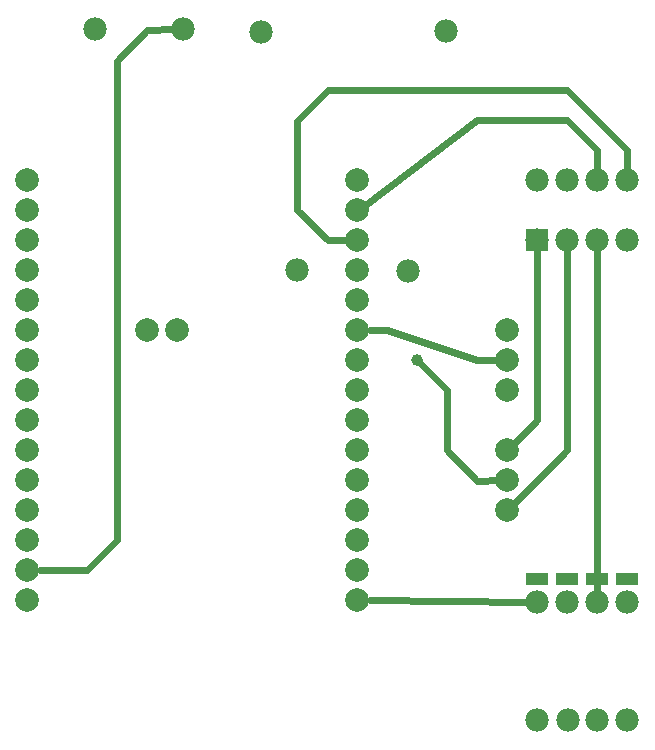
<source format=gbl>
G04 MADE WITH FRITZING*
G04 WWW.FRITZING.ORG*
G04 DOUBLE SIDED*
G04 HOLES PLATED*
G04 CONTOUR ON CENTER OF CONTOUR VECTOR*
%ASAXBY*%
%FSLAX23Y23*%
%MOIN*%
%OFA0B0*%
%SFA1.0B1.0*%
%ADD10C,0.078000*%
%ADD11C,0.078028*%
%ADD12C,0.078740*%
%ADD13C,0.039370*%
%ADD14R,0.077986X0.077944*%
%ADD15R,0.078000X0.041127*%
%ADD16C,0.024000*%
%ADD17R,0.001000X0.001000*%
%LNCOPPER0*%
G90*
G70*
G54D10*
X420Y2597D03*
X713Y2597D03*
X973Y2586D03*
X1591Y2591D03*
X1463Y1791D03*
X1095Y1792D03*
X420Y2597D03*
X713Y2597D03*
X973Y2586D03*
X1591Y2591D03*
X1463Y1791D03*
X1095Y1792D03*
G54D11*
X2195Y1892D03*
G54D10*
X2095Y1892D03*
X1995Y1892D03*
X1894Y1892D03*
G54D12*
X695Y1592D03*
X595Y1592D03*
X1795Y992D03*
X1795Y1092D03*
X1795Y1192D03*
X1795Y1392D03*
X1795Y1492D03*
X1295Y1892D03*
X195Y1192D03*
X195Y1292D03*
X195Y1092D03*
X195Y692D03*
X1295Y2092D03*
X1295Y892D03*
X1295Y1792D03*
X1295Y792D03*
X1295Y1992D03*
X1295Y992D03*
X1295Y1692D03*
X195Y1592D03*
X195Y1892D03*
X195Y992D03*
X195Y1992D03*
X1795Y1592D03*
X195Y2092D03*
X195Y1792D03*
X195Y892D03*
X195Y1392D03*
X195Y792D03*
X195Y1492D03*
X1295Y692D03*
X195Y1692D03*
X1295Y1492D03*
X1295Y1192D03*
X1295Y1292D03*
X1295Y1092D03*
X1295Y1392D03*
X1295Y1592D03*
G54D13*
X1495Y1493D03*
G54D10*
X1895Y2092D03*
X1995Y2092D03*
X2095Y2092D03*
X2195Y2092D03*
X2195Y687D03*
X2095Y687D03*
X1995Y687D03*
X1895Y687D03*
X1895Y292D03*
X1996Y292D03*
X2094Y292D03*
X2195Y292D03*
G54D14*
X1895Y1892D03*
G54D15*
X2195Y762D03*
X2095Y762D03*
X1995Y762D03*
X1895Y762D03*
G54D16*
X2095Y1862D02*
X2095Y717D01*
D02*
X1864Y688D02*
X1336Y692D01*
D02*
X394Y793D02*
X237Y792D01*
D02*
X494Y892D02*
X394Y793D01*
D02*
X494Y2491D02*
X494Y892D01*
D02*
X593Y2592D02*
X494Y2491D01*
D02*
X683Y2596D02*
X593Y2592D01*
D02*
X1395Y1592D02*
X1336Y1592D01*
D02*
X1694Y1492D02*
X1395Y1592D01*
D02*
X1768Y1492D02*
X1694Y1492D01*
D02*
X1595Y1393D02*
X1595Y1193D01*
D02*
X1595Y1193D02*
X1694Y1091D01*
D02*
X1508Y1479D02*
X1595Y1393D01*
D02*
X1694Y1091D02*
X1768Y1092D01*
D02*
X1895Y1293D02*
X1814Y1211D01*
D02*
X1895Y1862D02*
X1895Y1293D01*
D02*
X1994Y1192D02*
X1814Y1011D01*
D02*
X1995Y1862D02*
X1994Y1192D01*
D02*
X1695Y2293D02*
X1316Y2008D01*
D02*
X1995Y2293D02*
X1695Y2293D01*
D02*
X2094Y2192D02*
X1995Y2293D01*
D02*
X2095Y2122D02*
X2094Y2192D01*
D02*
X1196Y2392D02*
X1995Y2392D01*
D02*
X1995Y2392D02*
X2195Y2193D01*
D02*
X1095Y2291D02*
X1196Y2392D01*
D02*
X2195Y2193D02*
X2195Y2122D01*
D02*
X1095Y1993D02*
X1095Y2291D01*
D02*
X1196Y1892D02*
X1095Y1993D01*
D02*
X1268Y1892D02*
X1196Y1892D01*
G54D17*
X192Y2132D02*
X196Y2132D01*
X1291Y2132D02*
X1295Y2132D01*
X186Y2131D02*
X202Y2131D01*
X1285Y2131D02*
X1301Y2131D01*
X182Y2130D02*
X206Y2130D01*
X1282Y2130D02*
X1305Y2130D01*
X180Y2129D02*
X208Y2129D01*
X1279Y2129D02*
X1307Y2129D01*
X178Y2128D02*
X210Y2128D01*
X1277Y2128D02*
X1310Y2128D01*
X176Y2127D02*
X212Y2127D01*
X1275Y2127D02*
X1312Y2127D01*
X174Y2126D02*
X214Y2126D01*
X1273Y2126D02*
X1313Y2126D01*
X172Y2125D02*
X216Y2125D01*
X1271Y2125D02*
X1315Y2125D01*
X171Y2124D02*
X217Y2124D01*
X1270Y2124D02*
X1316Y2124D01*
X170Y2123D02*
X218Y2123D01*
X1269Y2123D02*
X1318Y2123D01*
X168Y2122D02*
X220Y2122D01*
X1268Y2122D02*
X1319Y2122D01*
X167Y2121D02*
X221Y2121D01*
X1266Y2121D02*
X1320Y2121D01*
X166Y2120D02*
X222Y2120D01*
X1266Y2120D02*
X1321Y2120D01*
X165Y2119D02*
X222Y2119D01*
X1265Y2119D02*
X1322Y2119D01*
X165Y2118D02*
X223Y2118D01*
X1264Y2118D02*
X1323Y2118D01*
X164Y2117D02*
X224Y2117D01*
X1263Y2117D02*
X1323Y2117D01*
X163Y2116D02*
X225Y2116D01*
X1262Y2116D02*
X1324Y2116D01*
X162Y2115D02*
X226Y2115D01*
X1262Y2115D02*
X1325Y2115D01*
X162Y2114D02*
X226Y2114D01*
X1261Y2114D02*
X1325Y2114D01*
X161Y2113D02*
X227Y2113D01*
X1260Y2113D02*
X1326Y2113D01*
X161Y2112D02*
X191Y2112D01*
X197Y2112D02*
X227Y2112D01*
X1260Y2112D02*
X1290Y2112D01*
X1296Y2112D02*
X1327Y2112D01*
X160Y2111D02*
X187Y2111D01*
X201Y2111D02*
X228Y2111D01*
X1259Y2111D02*
X1286Y2111D01*
X1301Y2111D02*
X1327Y2111D01*
X160Y2110D02*
X185Y2110D01*
X203Y2110D02*
X228Y2110D01*
X1259Y2110D02*
X1284Y2110D01*
X1303Y2110D02*
X1327Y2110D01*
X159Y2109D02*
X183Y2109D01*
X205Y2109D02*
X229Y2109D01*
X1258Y2109D02*
X1282Y2109D01*
X1304Y2109D02*
X1328Y2109D01*
X159Y2108D02*
X182Y2108D01*
X206Y2108D02*
X229Y2108D01*
X1258Y2108D02*
X1281Y2108D01*
X1305Y2108D02*
X1328Y2108D01*
X158Y2107D02*
X181Y2107D01*
X207Y2107D02*
X230Y2107D01*
X1258Y2107D02*
X1280Y2107D01*
X1307Y2107D02*
X1329Y2107D01*
X158Y2106D02*
X180Y2106D01*
X208Y2106D02*
X230Y2106D01*
X1257Y2106D02*
X1279Y2106D01*
X1308Y2106D02*
X1329Y2106D01*
X158Y2105D02*
X179Y2105D01*
X209Y2105D02*
X230Y2105D01*
X1257Y2105D02*
X1278Y2105D01*
X1308Y2105D02*
X1330Y2105D01*
X157Y2104D02*
X178Y2104D01*
X210Y2104D02*
X231Y2104D01*
X1256Y2104D02*
X1277Y2104D01*
X1309Y2104D02*
X1330Y2104D01*
X157Y2103D02*
X177Y2103D01*
X211Y2103D02*
X231Y2103D01*
X1256Y2103D02*
X1276Y2103D01*
X1310Y2103D02*
X1330Y2103D01*
X157Y2102D02*
X177Y2102D01*
X211Y2102D02*
X231Y2102D01*
X1256Y2102D02*
X1276Y2102D01*
X1311Y2102D02*
X1330Y2102D01*
X156Y2101D02*
X176Y2101D01*
X212Y2101D02*
X231Y2101D01*
X1256Y2101D02*
X1275Y2101D01*
X1311Y2101D02*
X1331Y2101D01*
X156Y2100D02*
X176Y2100D01*
X212Y2100D02*
X232Y2100D01*
X1255Y2100D02*
X1275Y2100D01*
X1311Y2100D02*
X1331Y2100D01*
X156Y2099D02*
X175Y2099D01*
X213Y2099D02*
X232Y2099D01*
X1255Y2099D02*
X1275Y2099D01*
X1312Y2099D02*
X1331Y2099D01*
X156Y2098D02*
X175Y2098D01*
X213Y2098D02*
X232Y2098D01*
X1255Y2098D02*
X1274Y2098D01*
X1312Y2098D02*
X1331Y2098D01*
X156Y2097D02*
X175Y2097D01*
X213Y2097D02*
X232Y2097D01*
X1255Y2097D02*
X1274Y2097D01*
X1312Y2097D02*
X1331Y2097D01*
X156Y2096D02*
X175Y2096D01*
X213Y2096D02*
X232Y2096D01*
X1255Y2096D02*
X1274Y2096D01*
X1312Y2096D02*
X1331Y2096D01*
X156Y2095D02*
X175Y2095D01*
X213Y2095D02*
X232Y2095D01*
X1255Y2095D02*
X1274Y2095D01*
X1312Y2095D02*
X1331Y2095D01*
X156Y2094D02*
X175Y2094D01*
X213Y2094D02*
X232Y2094D01*
X1255Y2094D02*
X1274Y2094D01*
X1313Y2094D02*
X1331Y2094D01*
X156Y2093D02*
X175Y2093D01*
X213Y2093D02*
X232Y2093D01*
X1255Y2093D02*
X1274Y2093D01*
X1313Y2093D02*
X1332Y2093D01*
X156Y2092D02*
X175Y2092D01*
X213Y2092D02*
X232Y2092D01*
X1255Y2092D02*
X1274Y2092D01*
X1312Y2092D02*
X1331Y2092D01*
X156Y2091D02*
X175Y2091D01*
X213Y2091D02*
X232Y2091D01*
X1255Y2091D02*
X1274Y2091D01*
X1312Y2091D02*
X1331Y2091D01*
X156Y2090D02*
X175Y2090D01*
X213Y2090D02*
X232Y2090D01*
X1255Y2090D02*
X1274Y2090D01*
X1312Y2090D02*
X1331Y2090D01*
X156Y2089D02*
X175Y2089D01*
X213Y2089D02*
X232Y2089D01*
X1255Y2089D02*
X1274Y2089D01*
X1312Y2089D02*
X1331Y2089D01*
X156Y2088D02*
X175Y2088D01*
X213Y2088D02*
X232Y2088D01*
X1255Y2088D02*
X1274Y2088D01*
X1312Y2088D02*
X1331Y2088D01*
X156Y2087D02*
X175Y2087D01*
X212Y2087D02*
X232Y2087D01*
X1255Y2087D02*
X1275Y2087D01*
X1312Y2087D02*
X1331Y2087D01*
X156Y2086D02*
X176Y2086D01*
X212Y2086D02*
X232Y2086D01*
X1256Y2086D02*
X1275Y2086D01*
X1311Y2086D02*
X1331Y2086D01*
X157Y2085D02*
X176Y2085D01*
X212Y2085D02*
X231Y2085D01*
X1256Y2085D02*
X1275Y2085D01*
X1311Y2085D02*
X1331Y2085D01*
X157Y2084D02*
X177Y2084D01*
X211Y2084D02*
X231Y2084D01*
X1256Y2084D02*
X1276Y2084D01*
X1310Y2084D02*
X1330Y2084D01*
X157Y2083D02*
X177Y2083D01*
X211Y2083D02*
X231Y2083D01*
X1256Y2083D02*
X1277Y2083D01*
X1310Y2083D02*
X1330Y2083D01*
X157Y2082D02*
X178Y2082D01*
X210Y2082D02*
X231Y2082D01*
X1257Y2082D02*
X1277Y2082D01*
X1309Y2082D02*
X1330Y2082D01*
X158Y2081D02*
X179Y2081D01*
X209Y2081D02*
X230Y2081D01*
X1257Y2081D02*
X1278Y2081D01*
X1308Y2081D02*
X1329Y2081D01*
X158Y2080D02*
X180Y2080D01*
X208Y2080D02*
X230Y2080D01*
X1257Y2080D02*
X1279Y2080D01*
X1307Y2080D02*
X1329Y2080D01*
X158Y2079D02*
X181Y2079D01*
X207Y2079D02*
X229Y2079D01*
X1258Y2079D02*
X1280Y2079D01*
X1306Y2079D02*
X1329Y2079D01*
X159Y2078D02*
X182Y2078D01*
X206Y2078D02*
X229Y2078D01*
X1258Y2078D02*
X1281Y2078D01*
X1305Y2078D02*
X1328Y2078D01*
X159Y2077D02*
X183Y2077D01*
X204Y2077D02*
X229Y2077D01*
X1259Y2077D02*
X1283Y2077D01*
X1304Y2077D02*
X1328Y2077D01*
X160Y2076D02*
X185Y2076D01*
X203Y2076D02*
X228Y2076D01*
X1259Y2076D02*
X1284Y2076D01*
X1302Y2076D02*
X1327Y2076D01*
X160Y2075D02*
X188Y2075D01*
X200Y2075D02*
X228Y2075D01*
X1259Y2075D02*
X1287Y2075D01*
X1299Y2075D02*
X1327Y2075D01*
X161Y2074D02*
X227Y2074D01*
X1260Y2074D02*
X1326Y2074D01*
X161Y2073D02*
X226Y2073D01*
X1261Y2073D02*
X1326Y2073D01*
X162Y2072D02*
X226Y2072D01*
X1261Y2072D02*
X1325Y2072D01*
X163Y2071D02*
X225Y2071D01*
X1262Y2071D02*
X1324Y2071D01*
X163Y2070D02*
X225Y2070D01*
X1263Y2070D02*
X1324Y2070D01*
X164Y2069D02*
X224Y2069D01*
X1263Y2069D02*
X1323Y2069D01*
X165Y2068D02*
X223Y2068D01*
X1264Y2068D02*
X1322Y2068D01*
X166Y2067D02*
X222Y2067D01*
X1265Y2067D02*
X1321Y2067D01*
X167Y2066D02*
X221Y2066D01*
X1266Y2066D02*
X1320Y2066D01*
X168Y2065D02*
X220Y2065D01*
X1267Y2065D02*
X1319Y2065D01*
X169Y2064D02*
X219Y2064D01*
X1268Y2064D02*
X1318Y2064D01*
X170Y2063D02*
X218Y2063D01*
X1269Y2063D02*
X1317Y2063D01*
X171Y2062D02*
X216Y2062D01*
X1271Y2062D02*
X1316Y2062D01*
X173Y2061D02*
X215Y2061D01*
X1272Y2061D02*
X1314Y2061D01*
X175Y2060D02*
X213Y2060D01*
X1274Y2060D02*
X1313Y2060D01*
X176Y2059D02*
X212Y2059D01*
X1275Y2059D02*
X1311Y2059D01*
X178Y2058D02*
X210Y2058D01*
X1278Y2058D02*
X1309Y2058D01*
X181Y2057D02*
X207Y2057D01*
X1280Y2057D02*
X1306Y2057D01*
X184Y2056D02*
X204Y2056D01*
X1283Y2056D02*
X1303Y2056D01*
X188Y2055D02*
X200Y2055D01*
X1287Y2055D02*
X1299Y2055D01*
X192Y2032D02*
X196Y2032D01*
X1291Y2032D02*
X1295Y2032D01*
X186Y2031D02*
X202Y2031D01*
X1285Y2031D02*
X1301Y2031D01*
X182Y2030D02*
X206Y2030D01*
X1281Y2030D02*
X1305Y2030D01*
X180Y2029D02*
X208Y2029D01*
X1279Y2029D02*
X1308Y2029D01*
X177Y2028D02*
X210Y2028D01*
X1277Y2028D02*
X1310Y2028D01*
X175Y2027D02*
X212Y2027D01*
X1275Y2027D02*
X1312Y2027D01*
X174Y2026D02*
X214Y2026D01*
X1273Y2026D02*
X1313Y2026D01*
X172Y2025D02*
X216Y2025D01*
X1271Y2025D02*
X1315Y2025D01*
X171Y2024D02*
X217Y2024D01*
X1270Y2024D02*
X1316Y2024D01*
X169Y2023D02*
X218Y2023D01*
X1269Y2023D02*
X1318Y2023D01*
X168Y2022D02*
X220Y2022D01*
X1268Y2022D02*
X1319Y2022D01*
X167Y2021D02*
X221Y2021D01*
X1266Y2021D02*
X1320Y2021D01*
X166Y2020D02*
X222Y2020D01*
X1265Y2020D02*
X1321Y2020D01*
X165Y2019D02*
X223Y2019D01*
X1265Y2019D02*
X1322Y2019D01*
X165Y2018D02*
X223Y2018D01*
X1264Y2018D02*
X1323Y2018D01*
X164Y2017D02*
X224Y2017D01*
X1263Y2017D02*
X1323Y2017D01*
X163Y2016D02*
X225Y2016D01*
X1262Y2016D02*
X1324Y2016D01*
X162Y2015D02*
X226Y2015D01*
X1262Y2015D02*
X1325Y2015D01*
X162Y2014D02*
X226Y2014D01*
X1261Y2014D02*
X1325Y2014D01*
X161Y2013D02*
X227Y2013D01*
X1260Y2013D02*
X1326Y2013D01*
X161Y2012D02*
X191Y2012D01*
X197Y2012D02*
X227Y2012D01*
X1260Y2012D02*
X1290Y2012D01*
X1296Y2012D02*
X1327Y2012D01*
X160Y2011D02*
X186Y2011D01*
X202Y2011D02*
X228Y2011D01*
X1259Y2011D02*
X1286Y2011D01*
X1301Y2011D02*
X1327Y2011D01*
X160Y2010D02*
X184Y2010D01*
X203Y2010D02*
X228Y2010D01*
X1259Y2010D02*
X1284Y2010D01*
X1303Y2010D02*
X1327Y2010D01*
X159Y2009D02*
X183Y2009D01*
X205Y2009D02*
X229Y2009D01*
X1258Y2009D02*
X1282Y2009D01*
X1304Y2009D02*
X1328Y2009D01*
X159Y2008D02*
X182Y2008D01*
X206Y2008D02*
X229Y2008D01*
X1258Y2008D02*
X1281Y2008D01*
X1305Y2008D02*
X1328Y2008D01*
X158Y2007D02*
X180Y2007D01*
X207Y2007D02*
X230Y2007D01*
X1258Y2007D02*
X1280Y2007D01*
X1307Y2007D02*
X1329Y2007D01*
X158Y2006D02*
X180Y2006D01*
X208Y2006D02*
X230Y2006D01*
X1257Y2006D02*
X1279Y2006D01*
X1308Y2006D02*
X1329Y2006D01*
X158Y2005D02*
X179Y2005D01*
X209Y2005D02*
X230Y2005D01*
X1257Y2005D02*
X1278Y2005D01*
X1308Y2005D02*
X1330Y2005D01*
X157Y2004D02*
X178Y2004D01*
X210Y2004D02*
X231Y2004D01*
X1256Y2004D02*
X1277Y2004D01*
X1309Y2004D02*
X1330Y2004D01*
X157Y2003D02*
X177Y2003D01*
X211Y2003D02*
X231Y2003D01*
X1256Y2003D02*
X1276Y2003D01*
X1310Y2003D02*
X1330Y2003D01*
X157Y2002D02*
X177Y2002D01*
X211Y2002D02*
X231Y2002D01*
X1256Y2002D02*
X1276Y2002D01*
X1311Y2002D02*
X1330Y2002D01*
X156Y2001D02*
X176Y2001D01*
X212Y2001D02*
X231Y2001D01*
X1256Y2001D02*
X1275Y2001D01*
X1311Y2001D02*
X1331Y2001D01*
X156Y2000D02*
X176Y2000D01*
X212Y2000D02*
X232Y2000D01*
X1255Y2000D02*
X1275Y2000D01*
X1311Y2000D02*
X1331Y2000D01*
X156Y1999D02*
X175Y1999D01*
X213Y1999D02*
X232Y1999D01*
X1255Y1999D02*
X1275Y1999D01*
X1312Y1999D02*
X1331Y1999D01*
X156Y1998D02*
X175Y1998D01*
X213Y1998D02*
X232Y1998D01*
X1255Y1998D02*
X1274Y1998D01*
X1312Y1998D02*
X1331Y1998D01*
X156Y1997D02*
X175Y1997D01*
X213Y1997D02*
X232Y1997D01*
X1255Y1997D02*
X1274Y1997D01*
X1312Y1997D02*
X1331Y1997D01*
X156Y1996D02*
X175Y1996D01*
X213Y1996D02*
X232Y1996D01*
X1255Y1996D02*
X1274Y1996D01*
X1312Y1996D02*
X1331Y1996D01*
X156Y1995D02*
X175Y1995D01*
X213Y1995D02*
X232Y1995D01*
X1255Y1995D02*
X1274Y1995D01*
X1312Y1995D02*
X1331Y1995D01*
X156Y1994D02*
X175Y1994D01*
X213Y1994D02*
X232Y1994D01*
X1255Y1994D02*
X1274Y1994D01*
X1313Y1994D02*
X1331Y1994D01*
X156Y1993D02*
X175Y1993D01*
X213Y1993D02*
X232Y1993D01*
X1255Y1993D02*
X1274Y1993D01*
X1313Y1993D02*
X1332Y1993D01*
X156Y1992D02*
X175Y1992D01*
X213Y1992D02*
X232Y1992D01*
X1255Y1992D02*
X1274Y1992D01*
X1312Y1992D02*
X1331Y1992D01*
X156Y1991D02*
X175Y1991D01*
X213Y1991D02*
X232Y1991D01*
X1255Y1991D02*
X1274Y1991D01*
X1312Y1991D02*
X1331Y1991D01*
X156Y1990D02*
X175Y1990D01*
X213Y1990D02*
X232Y1990D01*
X1255Y1990D02*
X1274Y1990D01*
X1312Y1990D02*
X1331Y1990D01*
X156Y1989D02*
X175Y1989D01*
X213Y1989D02*
X232Y1989D01*
X1255Y1989D02*
X1274Y1989D01*
X1312Y1989D02*
X1331Y1989D01*
X156Y1988D02*
X175Y1988D01*
X213Y1988D02*
X232Y1988D01*
X1255Y1988D02*
X1274Y1988D01*
X1312Y1988D02*
X1331Y1988D01*
X156Y1987D02*
X175Y1987D01*
X212Y1987D02*
X232Y1987D01*
X1255Y1987D02*
X1275Y1987D01*
X1312Y1987D02*
X1331Y1987D01*
X156Y1986D02*
X176Y1986D01*
X212Y1986D02*
X232Y1986D01*
X1256Y1986D02*
X1275Y1986D01*
X1311Y1986D02*
X1331Y1986D01*
X157Y1985D02*
X176Y1985D01*
X212Y1985D02*
X231Y1985D01*
X1256Y1985D02*
X1275Y1985D01*
X1311Y1985D02*
X1331Y1985D01*
X157Y1984D02*
X177Y1984D01*
X211Y1984D02*
X231Y1984D01*
X1256Y1984D02*
X1276Y1984D01*
X1310Y1984D02*
X1330Y1984D01*
X157Y1983D02*
X177Y1983D01*
X211Y1983D02*
X231Y1983D01*
X1256Y1983D02*
X1277Y1983D01*
X1310Y1983D02*
X1330Y1983D01*
X157Y1982D02*
X178Y1982D01*
X210Y1982D02*
X231Y1982D01*
X1257Y1982D02*
X1277Y1982D01*
X1309Y1982D02*
X1330Y1982D01*
X158Y1981D02*
X179Y1981D01*
X209Y1981D02*
X230Y1981D01*
X1257Y1981D02*
X1278Y1981D01*
X1308Y1981D02*
X1329Y1981D01*
X158Y1980D02*
X180Y1980D01*
X208Y1980D02*
X230Y1980D01*
X1257Y1980D02*
X1279Y1980D01*
X1307Y1980D02*
X1329Y1980D01*
X159Y1979D02*
X181Y1979D01*
X207Y1979D02*
X229Y1979D01*
X1258Y1979D02*
X1280Y1979D01*
X1306Y1979D02*
X1329Y1979D01*
X159Y1978D02*
X182Y1978D01*
X206Y1978D02*
X229Y1978D01*
X1258Y1978D02*
X1281Y1978D01*
X1305Y1978D02*
X1328Y1978D01*
X159Y1977D02*
X184Y1977D01*
X204Y1977D02*
X229Y1977D01*
X1259Y1977D02*
X1283Y1977D01*
X1304Y1977D02*
X1328Y1977D01*
X160Y1976D02*
X185Y1976D01*
X203Y1976D02*
X228Y1976D01*
X1259Y1976D02*
X1284Y1976D01*
X1302Y1976D02*
X1327Y1976D01*
X160Y1975D02*
X188Y1975D01*
X200Y1975D02*
X228Y1975D01*
X1260Y1975D02*
X1287Y1975D01*
X1299Y1975D02*
X1327Y1975D01*
X161Y1974D02*
X227Y1974D01*
X1260Y1974D02*
X1326Y1974D01*
X161Y1973D02*
X226Y1973D01*
X1261Y1973D02*
X1326Y1973D01*
X162Y1972D02*
X226Y1972D01*
X1261Y1972D02*
X1325Y1972D01*
X163Y1971D02*
X225Y1971D01*
X1262Y1971D02*
X1324Y1971D01*
X163Y1970D02*
X225Y1970D01*
X1263Y1970D02*
X1324Y1970D01*
X164Y1969D02*
X224Y1969D01*
X1263Y1969D02*
X1323Y1969D01*
X165Y1968D02*
X223Y1968D01*
X1264Y1968D02*
X1322Y1968D01*
X166Y1967D02*
X222Y1967D01*
X1265Y1967D02*
X1321Y1967D01*
X167Y1966D02*
X221Y1966D01*
X1266Y1966D02*
X1320Y1966D01*
X168Y1965D02*
X220Y1965D01*
X1267Y1965D02*
X1319Y1965D01*
X169Y1964D02*
X219Y1964D01*
X1268Y1964D02*
X1318Y1964D01*
X170Y1963D02*
X218Y1963D01*
X1269Y1963D02*
X1317Y1963D01*
X171Y1962D02*
X216Y1962D01*
X1271Y1962D02*
X1316Y1962D01*
X173Y1961D02*
X215Y1961D01*
X1272Y1961D02*
X1314Y1961D01*
X175Y1960D02*
X213Y1960D01*
X1274Y1960D02*
X1313Y1960D01*
X176Y1959D02*
X212Y1959D01*
X1276Y1959D02*
X1311Y1959D01*
X178Y1958D02*
X209Y1958D01*
X1278Y1958D02*
X1309Y1958D01*
X181Y1957D02*
X207Y1957D01*
X1280Y1957D02*
X1306Y1957D01*
X184Y1956D02*
X204Y1956D01*
X1283Y1956D02*
X1303Y1956D01*
X188Y1955D02*
X200Y1955D01*
X1287Y1955D02*
X1299Y1955D01*
X191Y1932D02*
X197Y1932D01*
X1290Y1932D02*
X1296Y1932D01*
X186Y1931D02*
X202Y1931D01*
X1285Y1931D02*
X1302Y1931D01*
X182Y1930D02*
X206Y1930D01*
X1281Y1930D02*
X1305Y1930D01*
X180Y1929D02*
X208Y1929D01*
X1279Y1929D02*
X1308Y1929D01*
X177Y1928D02*
X211Y1928D01*
X1277Y1928D02*
X1310Y1928D01*
X175Y1927D02*
X213Y1927D01*
X1275Y1927D02*
X1312Y1927D01*
X174Y1926D02*
X214Y1926D01*
X1273Y1926D02*
X1313Y1926D01*
X172Y1925D02*
X216Y1925D01*
X1271Y1925D02*
X1315Y1925D01*
X171Y1924D02*
X217Y1924D01*
X1270Y1924D02*
X1316Y1924D01*
X169Y1923D02*
X218Y1923D01*
X1269Y1923D02*
X1318Y1923D01*
X168Y1922D02*
X220Y1922D01*
X1268Y1922D02*
X1319Y1922D01*
X167Y1921D02*
X221Y1921D01*
X1266Y1921D02*
X1320Y1921D01*
X166Y1920D02*
X222Y1920D01*
X1265Y1920D02*
X1321Y1920D01*
X165Y1919D02*
X223Y1919D01*
X1265Y1919D02*
X1322Y1919D01*
X165Y1918D02*
X223Y1918D01*
X1264Y1918D02*
X1323Y1918D01*
X164Y1917D02*
X224Y1917D01*
X1263Y1917D02*
X1323Y1917D01*
X163Y1916D02*
X225Y1916D01*
X1262Y1916D02*
X1324Y1916D01*
X162Y1915D02*
X226Y1915D01*
X1262Y1915D02*
X1325Y1915D01*
X162Y1914D02*
X226Y1914D01*
X1261Y1914D02*
X1325Y1914D01*
X161Y1913D02*
X227Y1913D01*
X1260Y1913D02*
X1326Y1913D01*
X161Y1912D02*
X190Y1912D01*
X197Y1912D02*
X227Y1912D01*
X1260Y1912D02*
X1290Y1912D01*
X1297Y1912D02*
X1327Y1912D01*
X160Y1911D02*
X186Y1911D01*
X202Y1911D02*
X228Y1911D01*
X1259Y1911D02*
X1286Y1911D01*
X1301Y1911D02*
X1327Y1911D01*
X160Y1910D02*
X184Y1910D01*
X204Y1910D02*
X228Y1910D01*
X1259Y1910D02*
X1284Y1910D01*
X1303Y1910D02*
X1328Y1910D01*
X159Y1909D02*
X183Y1909D01*
X205Y1909D02*
X229Y1909D01*
X1258Y1909D02*
X1282Y1909D01*
X1304Y1909D02*
X1328Y1909D01*
X159Y1908D02*
X182Y1908D01*
X206Y1908D02*
X229Y1908D01*
X1258Y1908D02*
X1281Y1908D01*
X1306Y1908D02*
X1328Y1908D01*
X158Y1907D02*
X180Y1907D01*
X207Y1907D02*
X230Y1907D01*
X1258Y1907D02*
X1280Y1907D01*
X1307Y1907D02*
X1329Y1907D01*
X158Y1906D02*
X179Y1906D01*
X208Y1906D02*
X230Y1906D01*
X1257Y1906D02*
X1279Y1906D01*
X1308Y1906D02*
X1329Y1906D01*
X158Y1905D02*
X179Y1905D01*
X209Y1905D02*
X230Y1905D01*
X1257Y1905D02*
X1278Y1905D01*
X1308Y1905D02*
X1330Y1905D01*
X157Y1904D02*
X178Y1904D01*
X210Y1904D02*
X231Y1904D01*
X1256Y1904D02*
X1277Y1904D01*
X1309Y1904D02*
X1330Y1904D01*
X157Y1903D02*
X177Y1903D01*
X211Y1903D02*
X231Y1903D01*
X1256Y1903D02*
X1276Y1903D01*
X1310Y1903D02*
X1330Y1903D01*
X157Y1902D02*
X177Y1902D01*
X211Y1902D02*
X231Y1902D01*
X1256Y1902D02*
X1276Y1902D01*
X1311Y1902D02*
X1330Y1902D01*
X156Y1901D02*
X176Y1901D01*
X212Y1901D02*
X231Y1901D01*
X1256Y1901D02*
X1275Y1901D01*
X1311Y1901D02*
X1331Y1901D01*
X156Y1900D02*
X176Y1900D01*
X212Y1900D02*
X232Y1900D01*
X1255Y1900D02*
X1275Y1900D01*
X1311Y1900D02*
X1331Y1900D01*
X156Y1899D02*
X175Y1899D01*
X213Y1899D02*
X232Y1899D01*
X1255Y1899D02*
X1275Y1899D01*
X1312Y1899D02*
X1331Y1899D01*
X156Y1898D02*
X175Y1898D01*
X213Y1898D02*
X232Y1898D01*
X1255Y1898D02*
X1274Y1898D01*
X1312Y1898D02*
X1331Y1898D01*
X156Y1897D02*
X175Y1897D01*
X213Y1897D02*
X232Y1897D01*
X1255Y1897D02*
X1274Y1897D01*
X1312Y1897D02*
X1331Y1897D01*
X156Y1896D02*
X175Y1896D01*
X213Y1896D02*
X232Y1896D01*
X1255Y1896D02*
X1274Y1896D01*
X1312Y1896D02*
X1331Y1896D01*
X156Y1895D02*
X175Y1895D01*
X213Y1895D02*
X232Y1895D01*
X1255Y1895D02*
X1274Y1895D01*
X1312Y1895D02*
X1331Y1895D01*
X156Y1894D02*
X175Y1894D01*
X213Y1894D02*
X232Y1894D01*
X1255Y1894D02*
X1274Y1894D01*
X1313Y1894D02*
X1331Y1894D01*
X156Y1893D02*
X175Y1893D01*
X213Y1893D02*
X232Y1893D01*
X1255Y1893D02*
X1274Y1893D01*
X1313Y1893D02*
X1332Y1893D01*
X156Y1892D02*
X175Y1892D01*
X213Y1892D02*
X232Y1892D01*
X1255Y1892D02*
X1274Y1892D01*
X1312Y1892D02*
X1331Y1892D01*
X156Y1891D02*
X175Y1891D01*
X213Y1891D02*
X232Y1891D01*
X1255Y1891D02*
X1274Y1891D01*
X1312Y1891D02*
X1331Y1891D01*
X156Y1890D02*
X175Y1890D01*
X213Y1890D02*
X232Y1890D01*
X1255Y1890D02*
X1274Y1890D01*
X1312Y1890D02*
X1331Y1890D01*
X156Y1889D02*
X175Y1889D01*
X213Y1889D02*
X232Y1889D01*
X1255Y1889D02*
X1274Y1889D01*
X1312Y1889D02*
X1331Y1889D01*
X156Y1888D02*
X175Y1888D01*
X213Y1888D02*
X232Y1888D01*
X1255Y1888D02*
X1274Y1888D01*
X1312Y1888D02*
X1331Y1888D01*
X156Y1887D02*
X175Y1887D01*
X212Y1887D02*
X232Y1887D01*
X1255Y1887D02*
X1275Y1887D01*
X1312Y1887D02*
X1331Y1887D01*
X156Y1886D02*
X176Y1886D01*
X212Y1886D02*
X232Y1886D01*
X1256Y1886D02*
X1275Y1886D01*
X1311Y1886D02*
X1331Y1886D01*
X157Y1885D02*
X176Y1885D01*
X212Y1885D02*
X231Y1885D01*
X1256Y1885D02*
X1275Y1885D01*
X1311Y1885D02*
X1331Y1885D01*
X157Y1884D02*
X177Y1884D01*
X211Y1884D02*
X231Y1884D01*
X1256Y1884D02*
X1276Y1884D01*
X1310Y1884D02*
X1330Y1884D01*
X157Y1883D02*
X177Y1883D01*
X210Y1883D02*
X231Y1883D01*
X1256Y1883D02*
X1277Y1883D01*
X1310Y1883D02*
X1330Y1883D01*
X157Y1882D02*
X178Y1882D01*
X210Y1882D02*
X231Y1882D01*
X1257Y1882D02*
X1277Y1882D01*
X1309Y1882D02*
X1330Y1882D01*
X158Y1881D02*
X179Y1881D01*
X209Y1881D02*
X230Y1881D01*
X1257Y1881D02*
X1278Y1881D01*
X1308Y1881D02*
X1329Y1881D01*
X158Y1880D02*
X180Y1880D01*
X208Y1880D02*
X230Y1880D01*
X1257Y1880D02*
X1279Y1880D01*
X1307Y1880D02*
X1329Y1880D01*
X159Y1879D02*
X181Y1879D01*
X207Y1879D02*
X229Y1879D01*
X1258Y1879D02*
X1280Y1879D01*
X1306Y1879D02*
X1329Y1879D01*
X159Y1878D02*
X182Y1878D01*
X206Y1878D02*
X229Y1878D01*
X1258Y1878D02*
X1281Y1878D01*
X1305Y1878D02*
X1328Y1878D01*
X159Y1877D02*
X184Y1877D01*
X204Y1877D02*
X229Y1877D01*
X1259Y1877D02*
X1283Y1877D01*
X1304Y1877D02*
X1328Y1877D01*
X160Y1876D02*
X185Y1876D01*
X203Y1876D02*
X228Y1876D01*
X1259Y1876D02*
X1285Y1876D01*
X1302Y1876D02*
X1327Y1876D01*
X160Y1875D02*
X188Y1875D01*
X200Y1875D02*
X228Y1875D01*
X1260Y1875D02*
X1287Y1875D01*
X1299Y1875D02*
X1327Y1875D01*
X161Y1874D02*
X227Y1874D01*
X1260Y1874D02*
X1326Y1874D01*
X161Y1873D02*
X226Y1873D01*
X1261Y1873D02*
X1326Y1873D01*
X162Y1872D02*
X226Y1872D01*
X1261Y1872D02*
X1325Y1872D01*
X163Y1871D02*
X225Y1871D01*
X1262Y1871D02*
X1324Y1871D01*
X163Y1870D02*
X224Y1870D01*
X1263Y1870D02*
X1324Y1870D01*
X164Y1869D02*
X224Y1869D01*
X1263Y1869D02*
X1323Y1869D01*
X165Y1868D02*
X223Y1868D01*
X1264Y1868D02*
X1322Y1868D01*
X166Y1867D02*
X222Y1867D01*
X1265Y1867D02*
X1321Y1867D01*
X167Y1866D02*
X221Y1866D01*
X1266Y1866D02*
X1320Y1866D01*
X168Y1865D02*
X220Y1865D01*
X1267Y1865D02*
X1319Y1865D01*
X169Y1864D02*
X219Y1864D01*
X1268Y1864D02*
X1318Y1864D01*
X170Y1863D02*
X218Y1863D01*
X1269Y1863D02*
X1317Y1863D01*
X172Y1862D02*
X216Y1862D01*
X1271Y1862D02*
X1316Y1862D01*
X173Y1861D02*
X215Y1861D01*
X1272Y1861D02*
X1314Y1861D01*
X175Y1860D02*
X213Y1860D01*
X1274Y1860D02*
X1312Y1860D01*
X176Y1859D02*
X212Y1859D01*
X1276Y1859D02*
X1311Y1859D01*
X179Y1858D02*
X209Y1858D01*
X1278Y1858D02*
X1309Y1858D01*
X181Y1857D02*
X207Y1857D01*
X1280Y1857D02*
X1306Y1857D01*
X184Y1856D02*
X204Y1856D01*
X1283Y1856D02*
X1303Y1856D01*
X188Y1855D02*
X200Y1855D01*
X1287Y1855D02*
X1299Y1855D01*
X191Y1832D02*
X197Y1832D01*
X1290Y1832D02*
X1296Y1832D01*
X185Y1831D02*
X202Y1831D01*
X1285Y1831D02*
X1302Y1831D01*
X182Y1830D02*
X206Y1830D01*
X1281Y1830D02*
X1305Y1830D01*
X179Y1829D02*
X208Y1829D01*
X1279Y1829D02*
X1308Y1829D01*
X177Y1828D02*
X211Y1828D01*
X1277Y1828D02*
X1310Y1828D01*
X175Y1827D02*
X213Y1827D01*
X1275Y1827D02*
X1312Y1827D01*
X174Y1826D02*
X214Y1826D01*
X1273Y1826D02*
X1313Y1826D01*
X172Y1825D02*
X216Y1825D01*
X1271Y1825D02*
X1315Y1825D01*
X171Y1824D02*
X217Y1824D01*
X1270Y1824D02*
X1316Y1824D01*
X169Y1823D02*
X219Y1823D01*
X1269Y1823D02*
X1318Y1823D01*
X168Y1822D02*
X220Y1822D01*
X1267Y1822D02*
X1319Y1822D01*
X167Y1821D02*
X221Y1821D01*
X1266Y1821D02*
X1320Y1821D01*
X166Y1820D02*
X222Y1820D01*
X1265Y1820D02*
X1321Y1820D01*
X165Y1819D02*
X223Y1819D01*
X1265Y1819D02*
X1322Y1819D01*
X164Y1818D02*
X223Y1818D01*
X1264Y1818D02*
X1323Y1818D01*
X164Y1817D02*
X224Y1817D01*
X1263Y1817D02*
X1323Y1817D01*
X163Y1816D02*
X225Y1816D01*
X1262Y1816D02*
X1324Y1816D01*
X162Y1815D02*
X226Y1815D01*
X1262Y1815D02*
X1325Y1815D01*
X162Y1814D02*
X226Y1814D01*
X1261Y1814D02*
X1325Y1814D01*
X161Y1813D02*
X227Y1813D01*
X1260Y1813D02*
X1326Y1813D01*
X161Y1812D02*
X190Y1812D01*
X198Y1812D02*
X227Y1812D01*
X1260Y1812D02*
X1289Y1812D01*
X1297Y1812D02*
X1327Y1812D01*
X160Y1811D02*
X186Y1811D01*
X202Y1811D02*
X228Y1811D01*
X1259Y1811D02*
X1285Y1811D01*
X1301Y1811D02*
X1327Y1811D01*
X160Y1810D02*
X184Y1810D01*
X204Y1810D02*
X228Y1810D01*
X1259Y1810D02*
X1284Y1810D01*
X1303Y1810D02*
X1328Y1810D01*
X159Y1809D02*
X183Y1809D01*
X205Y1809D02*
X229Y1809D01*
X1258Y1809D02*
X1282Y1809D01*
X1304Y1809D02*
X1328Y1809D01*
X159Y1808D02*
X182Y1808D01*
X206Y1808D02*
X229Y1808D01*
X1258Y1808D02*
X1281Y1808D01*
X1306Y1808D02*
X1328Y1808D01*
X158Y1807D02*
X180Y1807D01*
X208Y1807D02*
X230Y1807D01*
X1257Y1807D02*
X1280Y1807D01*
X1307Y1807D02*
X1329Y1807D01*
X158Y1806D02*
X179Y1806D01*
X208Y1806D02*
X230Y1806D01*
X1257Y1806D02*
X1279Y1806D01*
X1308Y1806D02*
X1329Y1806D01*
X158Y1805D02*
X179Y1805D01*
X209Y1805D02*
X230Y1805D01*
X1257Y1805D02*
X1278Y1805D01*
X1309Y1805D02*
X1330Y1805D01*
X157Y1804D02*
X178Y1804D01*
X210Y1804D02*
X231Y1804D01*
X1256Y1804D02*
X1277Y1804D01*
X1309Y1804D02*
X1330Y1804D01*
X157Y1803D02*
X177Y1803D01*
X211Y1803D02*
X231Y1803D01*
X1256Y1803D02*
X1276Y1803D01*
X1310Y1803D02*
X1330Y1803D01*
X157Y1802D02*
X177Y1802D01*
X211Y1802D02*
X231Y1802D01*
X1256Y1802D02*
X1276Y1802D01*
X1311Y1802D02*
X1330Y1802D01*
X156Y1801D02*
X176Y1801D01*
X212Y1801D02*
X231Y1801D01*
X1256Y1801D02*
X1275Y1801D01*
X1311Y1801D02*
X1331Y1801D01*
X156Y1800D02*
X176Y1800D01*
X212Y1800D02*
X232Y1800D01*
X1255Y1800D02*
X1275Y1800D01*
X1311Y1800D02*
X1331Y1800D01*
X156Y1799D02*
X175Y1799D01*
X213Y1799D02*
X232Y1799D01*
X1255Y1799D02*
X1275Y1799D01*
X1312Y1799D02*
X1331Y1799D01*
X156Y1798D02*
X175Y1798D01*
X213Y1798D02*
X232Y1798D01*
X1255Y1798D02*
X1274Y1798D01*
X1312Y1798D02*
X1331Y1798D01*
X156Y1797D02*
X175Y1797D01*
X213Y1797D02*
X232Y1797D01*
X1255Y1797D02*
X1274Y1797D01*
X1312Y1797D02*
X1331Y1797D01*
X156Y1796D02*
X175Y1796D01*
X213Y1796D02*
X232Y1796D01*
X1255Y1796D02*
X1274Y1796D01*
X1312Y1796D02*
X1331Y1796D01*
X156Y1795D02*
X175Y1795D01*
X213Y1795D02*
X232Y1795D01*
X1255Y1795D02*
X1274Y1795D01*
X1312Y1795D02*
X1331Y1795D01*
X156Y1794D02*
X175Y1794D01*
X213Y1794D02*
X232Y1794D01*
X1255Y1794D02*
X1274Y1794D01*
X1313Y1794D02*
X1331Y1794D01*
X156Y1793D02*
X175Y1793D01*
X213Y1793D02*
X232Y1793D01*
X1255Y1793D02*
X1274Y1793D01*
X1313Y1793D02*
X1332Y1793D01*
X156Y1792D02*
X175Y1792D01*
X213Y1792D02*
X232Y1792D01*
X1255Y1792D02*
X1274Y1792D01*
X1312Y1792D02*
X1331Y1792D01*
X156Y1791D02*
X175Y1791D01*
X213Y1791D02*
X232Y1791D01*
X1255Y1791D02*
X1274Y1791D01*
X1312Y1791D02*
X1331Y1791D01*
X156Y1790D02*
X175Y1790D01*
X213Y1790D02*
X232Y1790D01*
X1255Y1790D02*
X1274Y1790D01*
X1312Y1790D02*
X1331Y1790D01*
X156Y1789D02*
X175Y1789D01*
X213Y1789D02*
X232Y1789D01*
X1255Y1789D02*
X1274Y1789D01*
X1312Y1789D02*
X1331Y1789D01*
X156Y1788D02*
X175Y1788D01*
X213Y1788D02*
X232Y1788D01*
X1255Y1788D02*
X1274Y1788D01*
X1312Y1788D02*
X1331Y1788D01*
X156Y1787D02*
X176Y1787D01*
X212Y1787D02*
X232Y1787D01*
X1255Y1787D02*
X1275Y1787D01*
X1312Y1787D02*
X1331Y1787D01*
X156Y1786D02*
X176Y1786D01*
X212Y1786D02*
X232Y1786D01*
X1256Y1786D02*
X1275Y1786D01*
X1311Y1786D02*
X1331Y1786D01*
X157Y1785D02*
X176Y1785D01*
X212Y1785D02*
X231Y1785D01*
X1256Y1785D02*
X1276Y1785D01*
X1311Y1785D02*
X1330Y1785D01*
X157Y1784D02*
X177Y1784D01*
X211Y1784D02*
X231Y1784D01*
X1256Y1784D02*
X1276Y1784D01*
X1310Y1784D02*
X1330Y1784D01*
X157Y1783D02*
X177Y1783D01*
X210Y1783D02*
X231Y1783D01*
X1256Y1783D02*
X1277Y1783D01*
X1310Y1783D02*
X1330Y1783D01*
X157Y1782D02*
X178Y1782D01*
X210Y1782D02*
X230Y1782D01*
X1257Y1782D02*
X1277Y1782D01*
X1309Y1782D02*
X1330Y1782D01*
X158Y1781D02*
X179Y1781D01*
X209Y1781D02*
X230Y1781D01*
X1257Y1781D02*
X1278Y1781D01*
X1308Y1781D02*
X1329Y1781D01*
X158Y1780D02*
X180Y1780D01*
X208Y1780D02*
X230Y1780D01*
X1257Y1780D02*
X1279Y1780D01*
X1307Y1780D02*
X1329Y1780D01*
X159Y1779D02*
X181Y1779D01*
X207Y1779D02*
X229Y1779D01*
X1258Y1779D02*
X1280Y1779D01*
X1306Y1779D02*
X1329Y1779D01*
X159Y1778D02*
X182Y1778D01*
X206Y1778D02*
X229Y1778D01*
X1258Y1778D02*
X1281Y1778D01*
X1305Y1778D02*
X1328Y1778D01*
X159Y1777D02*
X184Y1777D01*
X204Y1777D02*
X229Y1777D01*
X1259Y1777D02*
X1283Y1777D01*
X1303Y1777D02*
X1328Y1777D01*
X160Y1776D02*
X185Y1776D01*
X203Y1776D02*
X228Y1776D01*
X1259Y1776D02*
X1285Y1776D01*
X1302Y1776D02*
X1327Y1776D01*
X160Y1775D02*
X188Y1775D01*
X200Y1775D02*
X228Y1775D01*
X1260Y1775D02*
X1287Y1775D01*
X1299Y1775D02*
X1327Y1775D01*
X161Y1774D02*
X227Y1774D01*
X1260Y1774D02*
X1326Y1774D01*
X162Y1773D02*
X226Y1773D01*
X1261Y1773D02*
X1326Y1773D01*
X162Y1772D02*
X226Y1772D01*
X1261Y1772D02*
X1325Y1772D01*
X163Y1771D02*
X225Y1771D01*
X1262Y1771D02*
X1324Y1771D01*
X163Y1770D02*
X224Y1770D01*
X1263Y1770D02*
X1324Y1770D01*
X164Y1769D02*
X224Y1769D01*
X1263Y1769D02*
X1323Y1769D01*
X165Y1768D02*
X223Y1768D01*
X1264Y1768D02*
X1322Y1768D01*
X166Y1767D02*
X222Y1767D01*
X1265Y1767D02*
X1321Y1767D01*
X167Y1766D02*
X221Y1766D01*
X1266Y1766D02*
X1320Y1766D01*
X168Y1765D02*
X220Y1765D01*
X1267Y1765D02*
X1319Y1765D01*
X169Y1764D02*
X219Y1764D01*
X1268Y1764D02*
X1318Y1764D01*
X170Y1763D02*
X218Y1763D01*
X1269Y1763D02*
X1317Y1763D01*
X172Y1762D02*
X216Y1762D01*
X1271Y1762D02*
X1316Y1762D01*
X173Y1761D02*
X215Y1761D01*
X1272Y1761D02*
X1314Y1761D01*
X175Y1760D02*
X213Y1760D01*
X1274Y1760D02*
X1312Y1760D01*
X177Y1759D02*
X211Y1759D01*
X1276Y1759D02*
X1311Y1759D01*
X179Y1758D02*
X209Y1758D01*
X1278Y1758D02*
X1309Y1758D01*
X181Y1757D02*
X207Y1757D01*
X1280Y1757D02*
X1306Y1757D01*
X184Y1756D02*
X204Y1756D01*
X1283Y1756D02*
X1303Y1756D01*
X188Y1755D02*
X200Y1755D01*
X1287Y1755D02*
X1299Y1755D01*
X190Y1732D02*
X197Y1732D01*
X1290Y1732D02*
X1297Y1732D01*
X185Y1731D02*
X203Y1731D01*
X1285Y1731D02*
X1302Y1731D01*
X182Y1730D02*
X206Y1730D01*
X1281Y1730D02*
X1305Y1730D01*
X179Y1729D02*
X209Y1729D01*
X1279Y1729D02*
X1308Y1729D01*
X177Y1728D02*
X211Y1728D01*
X1276Y1728D02*
X1310Y1728D01*
X175Y1727D02*
X213Y1727D01*
X1274Y1727D02*
X1312Y1727D01*
X174Y1726D02*
X214Y1726D01*
X1273Y1726D02*
X1313Y1726D01*
X172Y1725D02*
X216Y1725D01*
X1271Y1725D02*
X1315Y1725D01*
X171Y1724D02*
X217Y1724D01*
X1270Y1724D02*
X1316Y1724D01*
X169Y1723D02*
X219Y1723D01*
X1269Y1723D02*
X1318Y1723D01*
X168Y1722D02*
X220Y1722D01*
X1267Y1722D02*
X1319Y1722D01*
X167Y1721D02*
X221Y1721D01*
X1266Y1721D02*
X1320Y1721D01*
X166Y1720D02*
X222Y1720D01*
X1265Y1720D02*
X1321Y1720D01*
X165Y1719D02*
X223Y1719D01*
X1264Y1719D02*
X1322Y1719D01*
X164Y1718D02*
X223Y1718D01*
X1264Y1718D02*
X1323Y1718D01*
X164Y1717D02*
X224Y1717D01*
X1263Y1717D02*
X1323Y1717D01*
X163Y1716D02*
X225Y1716D01*
X1262Y1716D02*
X1324Y1716D01*
X162Y1715D02*
X226Y1715D01*
X1261Y1715D02*
X1325Y1715D01*
X162Y1714D02*
X226Y1714D01*
X1261Y1714D02*
X1325Y1714D01*
X161Y1713D02*
X227Y1713D01*
X1260Y1713D02*
X1326Y1713D01*
X161Y1712D02*
X190Y1712D01*
X198Y1712D02*
X227Y1712D01*
X1260Y1712D02*
X1289Y1712D01*
X1297Y1712D02*
X1327Y1712D01*
X160Y1711D02*
X186Y1711D01*
X202Y1711D02*
X228Y1711D01*
X1259Y1711D02*
X1285Y1711D01*
X1301Y1711D02*
X1327Y1711D01*
X160Y1710D02*
X184Y1710D01*
X204Y1710D02*
X228Y1710D01*
X1259Y1710D02*
X1283Y1710D01*
X1303Y1710D02*
X1328Y1710D01*
X159Y1709D02*
X183Y1709D01*
X205Y1709D02*
X229Y1709D01*
X1258Y1709D02*
X1282Y1709D01*
X1304Y1709D02*
X1328Y1709D01*
X159Y1708D02*
X182Y1708D01*
X206Y1708D02*
X229Y1708D01*
X1258Y1708D02*
X1281Y1708D01*
X1306Y1708D02*
X1328Y1708D01*
X158Y1707D02*
X180Y1707D01*
X208Y1707D02*
X230Y1707D01*
X1257Y1707D02*
X1280Y1707D01*
X1307Y1707D02*
X1329Y1707D01*
X158Y1706D02*
X179Y1706D01*
X208Y1706D02*
X230Y1706D01*
X1257Y1706D02*
X1279Y1706D01*
X1308Y1706D02*
X1329Y1706D01*
X158Y1705D02*
X179Y1705D01*
X209Y1705D02*
X230Y1705D01*
X1257Y1705D02*
X1278Y1705D01*
X1309Y1705D02*
X1330Y1705D01*
X157Y1704D02*
X178Y1704D01*
X210Y1704D02*
X231Y1704D01*
X1256Y1704D02*
X1277Y1704D01*
X1309Y1704D02*
X1330Y1704D01*
X157Y1703D02*
X177Y1703D01*
X211Y1703D02*
X231Y1703D01*
X1256Y1703D02*
X1276Y1703D01*
X1310Y1703D02*
X1330Y1703D01*
X157Y1702D02*
X177Y1702D01*
X211Y1702D02*
X231Y1702D01*
X1256Y1702D02*
X1276Y1702D01*
X1311Y1702D02*
X1330Y1702D01*
X156Y1701D02*
X176Y1701D01*
X212Y1701D02*
X231Y1701D01*
X1256Y1701D02*
X1275Y1701D01*
X1311Y1701D02*
X1331Y1701D01*
X156Y1700D02*
X176Y1700D01*
X212Y1700D02*
X232Y1700D01*
X1255Y1700D02*
X1275Y1700D01*
X1311Y1700D02*
X1331Y1700D01*
X156Y1699D02*
X175Y1699D01*
X213Y1699D02*
X232Y1699D01*
X1255Y1699D02*
X1275Y1699D01*
X1312Y1699D02*
X1331Y1699D01*
X156Y1698D02*
X175Y1698D01*
X213Y1698D02*
X232Y1698D01*
X1255Y1698D02*
X1274Y1698D01*
X1312Y1698D02*
X1331Y1698D01*
X156Y1697D02*
X175Y1697D01*
X213Y1697D02*
X232Y1697D01*
X1255Y1697D02*
X1274Y1697D01*
X1312Y1697D02*
X1331Y1697D01*
X156Y1696D02*
X175Y1696D01*
X213Y1696D02*
X232Y1696D01*
X1255Y1696D02*
X1274Y1696D01*
X1312Y1696D02*
X1331Y1696D01*
X156Y1695D02*
X175Y1695D01*
X213Y1695D02*
X232Y1695D01*
X1255Y1695D02*
X1274Y1695D01*
X1312Y1695D02*
X1331Y1695D01*
X156Y1694D02*
X175Y1694D01*
X213Y1694D02*
X232Y1694D01*
X1255Y1694D02*
X1274Y1694D01*
X1313Y1694D02*
X1331Y1694D01*
X156Y1693D02*
X175Y1693D01*
X213Y1693D02*
X232Y1693D01*
X1255Y1693D02*
X1274Y1693D01*
X1313Y1693D02*
X1332Y1693D01*
X156Y1692D02*
X175Y1692D01*
X213Y1692D02*
X232Y1692D01*
X1255Y1692D02*
X1274Y1692D01*
X1312Y1692D02*
X1331Y1692D01*
X156Y1691D02*
X175Y1691D01*
X213Y1691D02*
X232Y1691D01*
X1255Y1691D02*
X1274Y1691D01*
X1312Y1691D02*
X1331Y1691D01*
X156Y1690D02*
X175Y1690D01*
X213Y1690D02*
X232Y1690D01*
X1255Y1690D02*
X1274Y1690D01*
X1312Y1690D02*
X1331Y1690D01*
X156Y1689D02*
X175Y1689D01*
X213Y1689D02*
X232Y1689D01*
X1255Y1689D02*
X1274Y1689D01*
X1312Y1689D02*
X1331Y1689D01*
X156Y1688D02*
X175Y1688D01*
X213Y1688D02*
X232Y1688D01*
X1255Y1688D02*
X1274Y1688D01*
X1312Y1688D02*
X1331Y1688D01*
X156Y1687D02*
X176Y1687D01*
X212Y1687D02*
X232Y1687D01*
X1255Y1687D02*
X1275Y1687D01*
X1312Y1687D02*
X1331Y1687D01*
X156Y1686D02*
X176Y1686D01*
X212Y1686D02*
X232Y1686D01*
X1256Y1686D02*
X1275Y1686D01*
X1311Y1686D02*
X1331Y1686D01*
X157Y1685D02*
X176Y1685D01*
X212Y1685D02*
X231Y1685D01*
X1256Y1685D02*
X1276Y1685D01*
X1311Y1685D02*
X1330Y1685D01*
X157Y1684D02*
X177Y1684D01*
X211Y1684D02*
X231Y1684D01*
X1256Y1684D02*
X1276Y1684D01*
X1310Y1684D02*
X1330Y1684D01*
X157Y1683D02*
X177Y1683D01*
X210Y1683D02*
X231Y1683D01*
X1256Y1683D02*
X1277Y1683D01*
X1310Y1683D02*
X1330Y1683D01*
X157Y1682D02*
X178Y1682D01*
X210Y1682D02*
X230Y1682D01*
X1257Y1682D02*
X1277Y1682D01*
X1309Y1682D02*
X1330Y1682D01*
X158Y1681D02*
X179Y1681D01*
X209Y1681D02*
X230Y1681D01*
X1257Y1681D02*
X1278Y1681D01*
X1308Y1681D02*
X1329Y1681D01*
X158Y1680D02*
X180Y1680D01*
X208Y1680D02*
X230Y1680D01*
X1257Y1680D02*
X1279Y1680D01*
X1307Y1680D02*
X1329Y1680D01*
X159Y1679D02*
X181Y1679D01*
X207Y1679D02*
X229Y1679D01*
X1258Y1679D02*
X1280Y1679D01*
X1306Y1679D02*
X1329Y1679D01*
X159Y1678D02*
X182Y1678D01*
X206Y1678D02*
X229Y1678D01*
X1258Y1678D02*
X1282Y1678D01*
X1305Y1678D02*
X1328Y1678D01*
X159Y1677D02*
X184Y1677D01*
X204Y1677D02*
X229Y1677D01*
X1259Y1677D02*
X1283Y1677D01*
X1303Y1677D02*
X1328Y1677D01*
X160Y1676D02*
X185Y1676D01*
X202Y1676D02*
X228Y1676D01*
X1259Y1676D02*
X1285Y1676D01*
X1302Y1676D02*
X1327Y1676D01*
X160Y1675D02*
X188Y1675D01*
X200Y1675D02*
X228Y1675D01*
X1260Y1675D02*
X1288Y1675D01*
X1299Y1675D02*
X1327Y1675D01*
X161Y1674D02*
X227Y1674D01*
X1260Y1674D02*
X1326Y1674D01*
X162Y1673D02*
X226Y1673D01*
X1261Y1673D02*
X1326Y1673D01*
X162Y1672D02*
X226Y1672D01*
X1261Y1672D02*
X1325Y1672D01*
X163Y1671D02*
X225Y1671D01*
X1262Y1671D02*
X1324Y1671D01*
X163Y1670D02*
X224Y1670D01*
X1263Y1670D02*
X1324Y1670D01*
X164Y1669D02*
X224Y1669D01*
X1263Y1669D02*
X1323Y1669D01*
X165Y1668D02*
X223Y1668D01*
X1264Y1668D02*
X1322Y1668D01*
X166Y1667D02*
X222Y1667D01*
X1265Y1667D02*
X1321Y1667D01*
X167Y1666D02*
X221Y1666D01*
X1266Y1666D02*
X1320Y1666D01*
X168Y1665D02*
X220Y1665D01*
X1267Y1665D02*
X1319Y1665D01*
X169Y1664D02*
X219Y1664D01*
X1268Y1664D02*
X1318Y1664D01*
X170Y1663D02*
X218Y1663D01*
X1269Y1663D02*
X1317Y1663D01*
X172Y1662D02*
X216Y1662D01*
X1271Y1662D02*
X1316Y1662D01*
X173Y1661D02*
X215Y1661D01*
X1272Y1661D02*
X1314Y1661D01*
X175Y1660D02*
X213Y1660D01*
X1274Y1660D02*
X1312Y1660D01*
X177Y1659D02*
X211Y1659D01*
X1276Y1659D02*
X1311Y1659D01*
X179Y1658D02*
X209Y1658D01*
X1278Y1658D02*
X1308Y1658D01*
X181Y1657D02*
X207Y1657D01*
X1280Y1657D02*
X1306Y1657D01*
X184Y1656D02*
X204Y1656D01*
X1283Y1656D02*
X1303Y1656D01*
X188Y1655D02*
X199Y1655D01*
X1288Y1655D02*
X1299Y1655D01*
X190Y1632D02*
X198Y1632D01*
X1289Y1632D02*
X1297Y1632D01*
X185Y1631D02*
X203Y1631D01*
X1284Y1631D02*
X1302Y1631D01*
X182Y1630D02*
X206Y1630D01*
X1281Y1630D02*
X1305Y1630D01*
X179Y1629D02*
X209Y1629D01*
X1278Y1629D02*
X1308Y1629D01*
X177Y1628D02*
X211Y1628D01*
X1276Y1628D02*
X1310Y1628D01*
X175Y1627D02*
X213Y1627D01*
X1274Y1627D02*
X1312Y1627D01*
X174Y1626D02*
X214Y1626D01*
X1273Y1626D02*
X1314Y1626D01*
X172Y1625D02*
X216Y1625D01*
X1271Y1625D02*
X1315Y1625D01*
X171Y1624D02*
X217Y1624D01*
X1270Y1624D02*
X1316Y1624D01*
X169Y1623D02*
X219Y1623D01*
X1269Y1623D02*
X1318Y1623D01*
X168Y1622D02*
X220Y1622D01*
X1267Y1622D02*
X1319Y1622D01*
X167Y1621D02*
X221Y1621D01*
X1266Y1621D02*
X1320Y1621D01*
X166Y1620D02*
X222Y1620D01*
X1265Y1620D02*
X1321Y1620D01*
X165Y1619D02*
X223Y1619D01*
X1264Y1619D02*
X1322Y1619D01*
X164Y1618D02*
X223Y1618D01*
X1264Y1618D02*
X1323Y1618D01*
X164Y1617D02*
X224Y1617D01*
X1263Y1617D02*
X1323Y1617D01*
X163Y1616D02*
X225Y1616D01*
X1262Y1616D02*
X1324Y1616D01*
X162Y1615D02*
X226Y1615D01*
X1261Y1615D02*
X1325Y1615D01*
X162Y1614D02*
X226Y1614D01*
X1261Y1614D02*
X1325Y1614D01*
X161Y1613D02*
X227Y1613D01*
X1260Y1613D02*
X1326Y1613D01*
X161Y1612D02*
X189Y1612D01*
X198Y1612D02*
X227Y1612D01*
X1260Y1612D02*
X1289Y1612D01*
X1298Y1612D02*
X1327Y1612D01*
X160Y1611D02*
X186Y1611D01*
X202Y1611D02*
X228Y1611D01*
X1259Y1611D02*
X1285Y1611D01*
X1301Y1611D02*
X1327Y1611D01*
X160Y1610D02*
X184Y1610D01*
X204Y1610D02*
X228Y1610D01*
X1259Y1610D02*
X1283Y1610D01*
X1303Y1610D02*
X1328Y1610D01*
X159Y1609D02*
X183Y1609D01*
X205Y1609D02*
X229Y1609D01*
X1258Y1609D02*
X1282Y1609D01*
X1304Y1609D02*
X1328Y1609D01*
X159Y1608D02*
X181Y1608D01*
X206Y1608D02*
X229Y1608D01*
X1258Y1608D02*
X1281Y1608D01*
X1306Y1608D02*
X1328Y1608D01*
X158Y1607D02*
X180Y1607D01*
X208Y1607D02*
X230Y1607D01*
X1257Y1607D02*
X1280Y1607D01*
X1307Y1607D02*
X1329Y1607D01*
X158Y1606D02*
X179Y1606D01*
X209Y1606D02*
X230Y1606D01*
X1257Y1606D02*
X1279Y1606D01*
X1308Y1606D02*
X1329Y1606D01*
X158Y1605D02*
X179Y1605D01*
X209Y1605D02*
X230Y1605D01*
X1257Y1605D02*
X1278Y1605D01*
X1309Y1605D02*
X1330Y1605D01*
X157Y1604D02*
X178Y1604D01*
X210Y1604D02*
X231Y1604D01*
X1256Y1604D02*
X1277Y1604D01*
X1309Y1604D02*
X1330Y1604D01*
X157Y1603D02*
X177Y1603D01*
X211Y1603D02*
X231Y1603D01*
X1256Y1603D02*
X1276Y1603D01*
X1310Y1603D02*
X1330Y1603D01*
X157Y1602D02*
X177Y1602D01*
X211Y1602D02*
X231Y1602D01*
X1256Y1602D02*
X1276Y1602D01*
X1311Y1602D02*
X1330Y1602D01*
X156Y1601D02*
X176Y1601D01*
X212Y1601D02*
X231Y1601D01*
X1256Y1601D02*
X1275Y1601D01*
X1311Y1601D02*
X1331Y1601D01*
X156Y1600D02*
X176Y1600D01*
X212Y1600D02*
X232Y1600D01*
X1255Y1600D02*
X1275Y1600D01*
X1312Y1600D02*
X1331Y1600D01*
X156Y1599D02*
X175Y1599D01*
X213Y1599D02*
X232Y1599D01*
X1255Y1599D02*
X1274Y1599D01*
X1312Y1599D02*
X1331Y1599D01*
X156Y1598D02*
X175Y1598D01*
X213Y1598D02*
X232Y1598D01*
X1255Y1598D02*
X1274Y1598D01*
X1312Y1598D02*
X1331Y1598D01*
X156Y1597D02*
X175Y1597D01*
X213Y1597D02*
X232Y1597D01*
X1255Y1597D02*
X1274Y1597D01*
X1312Y1597D02*
X1331Y1597D01*
X156Y1596D02*
X175Y1596D01*
X213Y1596D02*
X232Y1596D01*
X1255Y1596D02*
X1274Y1596D01*
X1312Y1596D02*
X1331Y1596D01*
X156Y1595D02*
X175Y1595D01*
X213Y1595D02*
X232Y1595D01*
X1255Y1595D02*
X1274Y1595D01*
X1312Y1595D02*
X1331Y1595D01*
X156Y1594D02*
X175Y1594D01*
X213Y1594D02*
X232Y1594D01*
X1255Y1594D02*
X1274Y1594D01*
X1313Y1594D02*
X1331Y1594D01*
X156Y1593D02*
X175Y1593D01*
X213Y1593D02*
X232Y1593D01*
X1255Y1593D02*
X1274Y1593D01*
X1313Y1593D02*
X1332Y1593D01*
X156Y1592D02*
X175Y1592D01*
X213Y1592D02*
X232Y1592D01*
X1255Y1592D02*
X1274Y1592D01*
X1312Y1592D02*
X1331Y1592D01*
X156Y1591D02*
X175Y1591D01*
X213Y1591D02*
X232Y1591D01*
X1255Y1591D02*
X1274Y1591D01*
X1312Y1591D02*
X1331Y1591D01*
X156Y1590D02*
X175Y1590D01*
X213Y1590D02*
X232Y1590D01*
X1255Y1590D02*
X1274Y1590D01*
X1312Y1590D02*
X1331Y1590D01*
X156Y1589D02*
X175Y1589D01*
X213Y1589D02*
X232Y1589D01*
X1255Y1589D02*
X1274Y1589D01*
X1312Y1589D02*
X1331Y1589D01*
X156Y1588D02*
X175Y1588D01*
X213Y1588D02*
X232Y1588D01*
X1255Y1588D02*
X1274Y1588D01*
X1312Y1588D02*
X1331Y1588D01*
X156Y1587D02*
X176Y1587D01*
X212Y1587D02*
X232Y1587D01*
X1255Y1587D02*
X1275Y1587D01*
X1312Y1587D02*
X1331Y1587D01*
X156Y1586D02*
X176Y1586D01*
X212Y1586D02*
X232Y1586D01*
X1256Y1586D02*
X1275Y1586D01*
X1311Y1586D02*
X1331Y1586D01*
X157Y1585D02*
X176Y1585D01*
X212Y1585D02*
X231Y1585D01*
X1256Y1585D02*
X1276Y1585D01*
X1311Y1585D02*
X1330Y1585D01*
X157Y1584D02*
X177Y1584D01*
X211Y1584D02*
X231Y1584D01*
X1256Y1584D02*
X1276Y1584D01*
X1310Y1584D02*
X1330Y1584D01*
X157Y1583D02*
X178Y1583D01*
X210Y1583D02*
X231Y1583D01*
X1256Y1583D02*
X1277Y1583D01*
X1310Y1583D02*
X1330Y1583D01*
X157Y1582D02*
X178Y1582D01*
X210Y1582D02*
X230Y1582D01*
X1257Y1582D02*
X1278Y1582D01*
X1309Y1582D02*
X1330Y1582D01*
X158Y1581D02*
X179Y1581D01*
X209Y1581D02*
X230Y1581D01*
X1257Y1581D02*
X1278Y1581D01*
X1308Y1581D02*
X1329Y1581D01*
X158Y1580D02*
X180Y1580D01*
X208Y1580D02*
X230Y1580D01*
X1257Y1580D02*
X1279Y1580D01*
X1307Y1580D02*
X1329Y1580D01*
X159Y1579D02*
X181Y1579D01*
X207Y1579D02*
X229Y1579D01*
X1258Y1579D02*
X1280Y1579D01*
X1306Y1579D02*
X1329Y1579D01*
X159Y1578D02*
X182Y1578D01*
X206Y1578D02*
X229Y1578D01*
X1258Y1578D02*
X1282Y1578D01*
X1305Y1578D02*
X1328Y1578D01*
X159Y1577D02*
X184Y1577D01*
X204Y1577D02*
X228Y1577D01*
X1259Y1577D02*
X1283Y1577D01*
X1303Y1577D02*
X1328Y1577D01*
X160Y1576D02*
X186Y1576D01*
X202Y1576D02*
X228Y1576D01*
X1259Y1576D02*
X1285Y1576D01*
X1302Y1576D02*
X1327Y1576D01*
X160Y1575D02*
X188Y1575D01*
X199Y1575D02*
X228Y1575D01*
X1260Y1575D02*
X1288Y1575D01*
X1299Y1575D02*
X1327Y1575D01*
X161Y1574D02*
X227Y1574D01*
X1260Y1574D02*
X1326Y1574D01*
X162Y1573D02*
X226Y1573D01*
X1261Y1573D02*
X1326Y1573D01*
X162Y1572D02*
X226Y1572D01*
X1261Y1572D02*
X1325Y1572D01*
X163Y1571D02*
X225Y1571D01*
X1262Y1571D02*
X1324Y1571D01*
X164Y1570D02*
X224Y1570D01*
X1263Y1570D02*
X1324Y1570D01*
X164Y1569D02*
X224Y1569D01*
X1263Y1569D02*
X1323Y1569D01*
X165Y1568D02*
X223Y1568D01*
X1264Y1568D02*
X1322Y1568D01*
X166Y1567D02*
X222Y1567D01*
X1265Y1567D02*
X1321Y1567D01*
X167Y1566D02*
X221Y1566D01*
X1266Y1566D02*
X1320Y1566D01*
X168Y1565D02*
X220Y1565D01*
X1267Y1565D02*
X1319Y1565D01*
X169Y1564D02*
X219Y1564D01*
X1268Y1564D02*
X1318Y1564D01*
X170Y1563D02*
X218Y1563D01*
X1269Y1563D02*
X1317Y1563D01*
X172Y1562D02*
X216Y1562D01*
X1271Y1562D02*
X1315Y1562D01*
X173Y1561D02*
X215Y1561D01*
X1272Y1561D02*
X1314Y1561D01*
X175Y1560D02*
X213Y1560D01*
X1274Y1560D02*
X1312Y1560D01*
X177Y1559D02*
X211Y1559D01*
X1276Y1559D02*
X1310Y1559D01*
X179Y1558D02*
X209Y1558D01*
X1278Y1558D02*
X1308Y1558D01*
X181Y1557D02*
X207Y1557D01*
X1280Y1557D02*
X1306Y1557D01*
X184Y1556D02*
X204Y1556D01*
X1283Y1556D02*
X1303Y1556D01*
X189Y1555D02*
X199Y1555D01*
X1288Y1555D02*
X1298Y1555D01*
X190Y1532D02*
X198Y1532D01*
X1289Y1532D02*
X1297Y1532D01*
X185Y1531D02*
X203Y1531D01*
X1284Y1531D02*
X1302Y1531D01*
X182Y1530D02*
X206Y1530D01*
X1281Y1530D02*
X1305Y1530D01*
X179Y1529D02*
X209Y1529D01*
X1278Y1529D02*
X1308Y1529D01*
X177Y1528D02*
X211Y1528D01*
X1276Y1528D02*
X1310Y1528D01*
X175Y1527D02*
X213Y1527D01*
X1274Y1527D02*
X1312Y1527D01*
X173Y1526D02*
X214Y1526D01*
X1273Y1526D02*
X1314Y1526D01*
X172Y1525D02*
X216Y1525D01*
X1271Y1525D02*
X1315Y1525D01*
X171Y1524D02*
X217Y1524D01*
X1270Y1524D02*
X1317Y1524D01*
X169Y1523D02*
X219Y1523D01*
X1268Y1523D02*
X1318Y1523D01*
X168Y1522D02*
X220Y1522D01*
X1267Y1522D02*
X1319Y1522D01*
X167Y1521D02*
X221Y1521D01*
X1266Y1521D02*
X1320Y1521D01*
X166Y1520D02*
X222Y1520D01*
X1265Y1520D02*
X1321Y1520D01*
X165Y1519D02*
X223Y1519D01*
X1264Y1519D02*
X1322Y1519D01*
X164Y1518D02*
X224Y1518D01*
X1264Y1518D02*
X1323Y1518D01*
X164Y1517D02*
X224Y1517D01*
X1263Y1517D02*
X1323Y1517D01*
X163Y1516D02*
X225Y1516D01*
X1262Y1516D02*
X1324Y1516D01*
X162Y1515D02*
X226Y1515D01*
X1261Y1515D02*
X1325Y1515D01*
X162Y1514D02*
X226Y1514D01*
X1261Y1514D02*
X1325Y1514D01*
X161Y1513D02*
X227Y1513D01*
X1260Y1513D02*
X1326Y1513D01*
X161Y1512D02*
X189Y1512D01*
X199Y1512D02*
X227Y1512D01*
X1260Y1512D02*
X1288Y1512D01*
X1298Y1512D02*
X1327Y1512D01*
X160Y1511D02*
X186Y1511D01*
X202Y1511D02*
X228Y1511D01*
X1259Y1511D02*
X1285Y1511D01*
X1301Y1511D02*
X1327Y1511D01*
X160Y1510D02*
X184Y1510D01*
X204Y1510D02*
X228Y1510D01*
X1259Y1510D02*
X1283Y1510D01*
X1303Y1510D02*
X1328Y1510D01*
X159Y1509D02*
X183Y1509D01*
X205Y1509D02*
X229Y1509D01*
X1258Y1509D02*
X1282Y1509D01*
X1305Y1509D02*
X1328Y1509D01*
X159Y1508D02*
X181Y1508D01*
X206Y1508D02*
X229Y1508D01*
X1258Y1508D02*
X1281Y1508D01*
X1306Y1508D02*
X1328Y1508D01*
X158Y1507D02*
X180Y1507D01*
X208Y1507D02*
X230Y1507D01*
X1257Y1507D02*
X1279Y1507D01*
X1307Y1507D02*
X1329Y1507D01*
X158Y1506D02*
X179Y1506D01*
X209Y1506D02*
X230Y1506D01*
X1257Y1506D02*
X1279Y1506D01*
X1308Y1506D02*
X1329Y1506D01*
X158Y1505D02*
X179Y1505D01*
X209Y1505D02*
X230Y1505D01*
X1257Y1505D02*
X1278Y1505D01*
X1309Y1505D02*
X1330Y1505D01*
X157Y1504D02*
X178Y1504D01*
X210Y1504D02*
X231Y1504D01*
X1256Y1504D02*
X1277Y1504D01*
X1309Y1504D02*
X1330Y1504D01*
X157Y1503D02*
X177Y1503D01*
X211Y1503D02*
X231Y1503D01*
X1256Y1503D02*
X1276Y1503D01*
X1310Y1503D02*
X1330Y1503D01*
X157Y1502D02*
X176Y1502D01*
X211Y1502D02*
X231Y1502D01*
X1256Y1502D02*
X1276Y1502D01*
X1311Y1502D02*
X1330Y1502D01*
X156Y1501D02*
X176Y1501D01*
X212Y1501D02*
X231Y1501D01*
X1256Y1501D02*
X1275Y1501D01*
X1311Y1501D02*
X1331Y1501D01*
X156Y1500D02*
X176Y1500D01*
X212Y1500D02*
X232Y1500D01*
X1255Y1500D02*
X1275Y1500D01*
X1312Y1500D02*
X1331Y1500D01*
X156Y1499D02*
X175Y1499D01*
X213Y1499D02*
X232Y1499D01*
X1255Y1499D02*
X1274Y1499D01*
X1312Y1499D02*
X1331Y1499D01*
X156Y1498D02*
X175Y1498D01*
X213Y1498D02*
X232Y1498D01*
X1255Y1498D02*
X1274Y1498D01*
X1312Y1498D02*
X1331Y1498D01*
X156Y1497D02*
X175Y1497D01*
X213Y1497D02*
X232Y1497D01*
X1255Y1497D02*
X1274Y1497D01*
X1312Y1497D02*
X1331Y1497D01*
X156Y1496D02*
X175Y1496D01*
X213Y1496D02*
X232Y1496D01*
X1255Y1496D02*
X1274Y1496D01*
X1312Y1496D02*
X1331Y1496D01*
X156Y1495D02*
X175Y1495D01*
X213Y1495D02*
X232Y1495D01*
X1255Y1495D02*
X1274Y1495D01*
X1312Y1495D02*
X1331Y1495D01*
X156Y1494D02*
X175Y1494D01*
X213Y1494D02*
X232Y1494D01*
X1255Y1494D02*
X1274Y1494D01*
X1313Y1494D02*
X1331Y1494D01*
X156Y1493D02*
X175Y1493D01*
X213Y1493D02*
X232Y1493D01*
X1255Y1493D02*
X1274Y1493D01*
X1313Y1493D02*
X1332Y1493D01*
X156Y1492D02*
X175Y1492D01*
X213Y1492D02*
X232Y1492D01*
X1255Y1492D02*
X1274Y1492D01*
X1312Y1492D02*
X1331Y1492D01*
X156Y1491D02*
X175Y1491D01*
X213Y1491D02*
X232Y1491D01*
X1255Y1491D02*
X1274Y1491D01*
X1312Y1491D02*
X1331Y1491D01*
X156Y1490D02*
X175Y1490D01*
X213Y1490D02*
X232Y1490D01*
X1255Y1490D02*
X1274Y1490D01*
X1312Y1490D02*
X1331Y1490D01*
X156Y1489D02*
X175Y1489D01*
X213Y1489D02*
X232Y1489D01*
X1255Y1489D02*
X1274Y1489D01*
X1312Y1489D02*
X1331Y1489D01*
X156Y1488D02*
X175Y1488D01*
X213Y1488D02*
X232Y1488D01*
X1255Y1488D02*
X1274Y1488D01*
X1312Y1488D02*
X1331Y1488D01*
X156Y1487D02*
X176Y1487D01*
X212Y1487D02*
X232Y1487D01*
X1255Y1487D02*
X1275Y1487D01*
X1312Y1487D02*
X1331Y1487D01*
X156Y1486D02*
X176Y1486D01*
X212Y1486D02*
X232Y1486D01*
X1256Y1486D02*
X1275Y1486D01*
X1311Y1486D02*
X1331Y1486D01*
X157Y1485D02*
X176Y1485D01*
X212Y1485D02*
X231Y1485D01*
X1256Y1485D02*
X1276Y1485D01*
X1311Y1485D02*
X1330Y1485D01*
X157Y1484D02*
X177Y1484D01*
X211Y1484D02*
X231Y1484D01*
X1256Y1484D02*
X1276Y1484D01*
X1310Y1484D02*
X1330Y1484D01*
X157Y1483D02*
X178Y1483D01*
X210Y1483D02*
X231Y1483D01*
X1256Y1483D02*
X1277Y1483D01*
X1310Y1483D02*
X1330Y1483D01*
X157Y1482D02*
X178Y1482D01*
X210Y1482D02*
X230Y1482D01*
X1257Y1482D02*
X1278Y1482D01*
X1309Y1482D02*
X1330Y1482D01*
X158Y1481D02*
X179Y1481D01*
X209Y1481D02*
X230Y1481D01*
X1257Y1481D02*
X1278Y1481D01*
X1308Y1481D02*
X1329Y1481D01*
X158Y1480D02*
X180Y1480D01*
X208Y1480D02*
X230Y1480D01*
X1257Y1480D02*
X1279Y1480D01*
X1307Y1480D02*
X1329Y1480D01*
X159Y1479D02*
X181Y1479D01*
X207Y1479D02*
X229Y1479D01*
X1258Y1479D02*
X1280Y1479D01*
X1306Y1479D02*
X1329Y1479D01*
X159Y1478D02*
X182Y1478D01*
X206Y1478D02*
X229Y1478D01*
X1258Y1478D02*
X1282Y1478D01*
X1305Y1478D02*
X1328Y1478D01*
X159Y1477D02*
X184Y1477D01*
X204Y1477D02*
X228Y1477D01*
X1259Y1477D02*
X1283Y1477D01*
X1303Y1477D02*
X1328Y1477D01*
X160Y1476D02*
X186Y1476D01*
X202Y1476D02*
X228Y1476D01*
X1259Y1476D02*
X1285Y1476D01*
X1302Y1476D02*
X1327Y1476D01*
X160Y1475D02*
X189Y1475D01*
X199Y1475D02*
X228Y1475D01*
X1260Y1475D02*
X1288Y1475D01*
X1299Y1475D02*
X1327Y1475D01*
X161Y1474D02*
X227Y1474D01*
X1260Y1474D02*
X1326Y1474D01*
X162Y1473D02*
X226Y1473D01*
X1261Y1473D02*
X1326Y1473D01*
X162Y1472D02*
X226Y1472D01*
X1261Y1472D02*
X1325Y1472D01*
X163Y1471D02*
X225Y1471D01*
X1262Y1471D02*
X1324Y1471D01*
X164Y1470D02*
X224Y1470D01*
X1263Y1470D02*
X1324Y1470D01*
X164Y1469D02*
X224Y1469D01*
X1263Y1469D02*
X1323Y1469D01*
X165Y1468D02*
X223Y1468D01*
X1264Y1468D02*
X1322Y1468D01*
X166Y1467D02*
X222Y1467D01*
X1265Y1467D02*
X1321Y1467D01*
X167Y1466D02*
X221Y1466D01*
X1266Y1466D02*
X1320Y1466D01*
X168Y1465D02*
X220Y1465D01*
X1267Y1465D02*
X1319Y1465D01*
X169Y1464D02*
X219Y1464D01*
X1268Y1464D02*
X1318Y1464D01*
X170Y1463D02*
X218Y1463D01*
X1270Y1463D02*
X1317Y1463D01*
X172Y1462D02*
X216Y1462D01*
X1271Y1462D02*
X1315Y1462D01*
X173Y1461D02*
X215Y1461D01*
X1272Y1461D02*
X1314Y1461D01*
X175Y1460D02*
X213Y1460D01*
X1274Y1460D02*
X1312Y1460D01*
X177Y1459D02*
X211Y1459D01*
X1276Y1459D02*
X1310Y1459D01*
X179Y1458D02*
X209Y1458D01*
X1278Y1458D02*
X1308Y1458D01*
X181Y1457D02*
X207Y1457D01*
X1281Y1457D02*
X1306Y1457D01*
X184Y1456D02*
X204Y1456D01*
X1284Y1456D02*
X1303Y1456D01*
X189Y1455D02*
X199Y1455D01*
X1288Y1455D02*
X1298Y1455D01*
X190Y1432D02*
X198Y1432D01*
X1289Y1432D02*
X1297Y1432D01*
X185Y1431D02*
X203Y1431D01*
X1284Y1431D02*
X1302Y1431D01*
X182Y1430D02*
X206Y1430D01*
X1281Y1430D02*
X1305Y1430D01*
X179Y1429D02*
X209Y1429D01*
X1278Y1429D02*
X1308Y1429D01*
X177Y1428D02*
X211Y1428D01*
X1276Y1428D02*
X1310Y1428D01*
X175Y1427D02*
X213Y1427D01*
X1274Y1427D02*
X1312Y1427D01*
X173Y1426D02*
X214Y1426D01*
X1273Y1426D02*
X1314Y1426D01*
X172Y1425D02*
X216Y1425D01*
X1271Y1425D02*
X1315Y1425D01*
X171Y1424D02*
X217Y1424D01*
X1270Y1424D02*
X1317Y1424D01*
X169Y1423D02*
X219Y1423D01*
X1268Y1423D02*
X1318Y1423D01*
X168Y1422D02*
X220Y1422D01*
X1267Y1422D02*
X1319Y1422D01*
X167Y1421D02*
X221Y1421D01*
X1266Y1421D02*
X1320Y1421D01*
X166Y1420D02*
X222Y1420D01*
X1265Y1420D02*
X1321Y1420D01*
X165Y1419D02*
X223Y1419D01*
X1264Y1419D02*
X1322Y1419D01*
X164Y1418D02*
X224Y1418D01*
X1264Y1418D02*
X1323Y1418D01*
X164Y1417D02*
X224Y1417D01*
X1263Y1417D02*
X1323Y1417D01*
X163Y1416D02*
X225Y1416D01*
X1262Y1416D02*
X1324Y1416D01*
X162Y1415D02*
X226Y1415D01*
X1261Y1415D02*
X1325Y1415D01*
X162Y1414D02*
X226Y1414D01*
X1261Y1414D02*
X1325Y1414D01*
X161Y1413D02*
X227Y1413D01*
X1260Y1413D02*
X1326Y1413D01*
X160Y1412D02*
X189Y1412D01*
X199Y1412D02*
X227Y1412D01*
X1260Y1412D02*
X1288Y1412D01*
X1298Y1412D02*
X1327Y1412D01*
X160Y1411D02*
X186Y1411D01*
X202Y1411D02*
X228Y1411D01*
X1259Y1411D02*
X1285Y1411D01*
X1301Y1411D02*
X1327Y1411D01*
X160Y1410D02*
X184Y1410D01*
X204Y1410D02*
X228Y1410D01*
X1259Y1410D02*
X1283Y1410D01*
X1303Y1410D02*
X1328Y1410D01*
X159Y1409D02*
X183Y1409D01*
X205Y1409D02*
X229Y1409D01*
X1258Y1409D02*
X1282Y1409D01*
X1305Y1409D02*
X1328Y1409D01*
X159Y1408D02*
X181Y1408D01*
X207Y1408D02*
X229Y1408D01*
X1258Y1408D02*
X1281Y1408D01*
X1306Y1408D02*
X1328Y1408D01*
X158Y1407D02*
X180Y1407D01*
X208Y1407D02*
X230Y1407D01*
X1257Y1407D02*
X1279Y1407D01*
X1307Y1407D02*
X1329Y1407D01*
X158Y1406D02*
X179Y1406D01*
X209Y1406D02*
X230Y1406D01*
X1257Y1406D02*
X1279Y1406D01*
X1308Y1406D02*
X1329Y1406D01*
X158Y1405D02*
X178Y1405D01*
X209Y1405D02*
X230Y1405D01*
X1257Y1405D02*
X1278Y1405D01*
X1309Y1405D02*
X1330Y1405D01*
X157Y1404D02*
X178Y1404D01*
X210Y1404D02*
X231Y1404D01*
X1256Y1404D02*
X1277Y1404D01*
X1309Y1404D02*
X1330Y1404D01*
X157Y1403D02*
X177Y1403D01*
X211Y1403D02*
X231Y1403D01*
X1256Y1403D02*
X1276Y1403D01*
X1310Y1403D02*
X1330Y1403D01*
X157Y1402D02*
X176Y1402D01*
X211Y1402D02*
X231Y1402D01*
X1256Y1402D02*
X1276Y1402D01*
X1311Y1402D02*
X1330Y1402D01*
X156Y1401D02*
X176Y1401D01*
X212Y1401D02*
X231Y1401D01*
X1256Y1401D02*
X1275Y1401D01*
X1311Y1401D02*
X1331Y1401D01*
X156Y1400D02*
X176Y1400D01*
X212Y1400D02*
X232Y1400D01*
X1255Y1400D02*
X1275Y1400D01*
X1312Y1400D02*
X1331Y1400D01*
X156Y1399D02*
X175Y1399D01*
X213Y1399D02*
X232Y1399D01*
X1255Y1399D02*
X1274Y1399D01*
X1312Y1399D02*
X1331Y1399D01*
X156Y1398D02*
X175Y1398D01*
X213Y1398D02*
X232Y1398D01*
X1255Y1398D02*
X1274Y1398D01*
X1312Y1398D02*
X1331Y1398D01*
X156Y1397D02*
X175Y1397D01*
X213Y1397D02*
X232Y1397D01*
X1255Y1397D02*
X1274Y1397D01*
X1312Y1397D02*
X1331Y1397D01*
X156Y1396D02*
X175Y1396D01*
X213Y1396D02*
X232Y1396D01*
X1255Y1396D02*
X1274Y1396D01*
X1312Y1396D02*
X1331Y1396D01*
X156Y1395D02*
X175Y1395D01*
X213Y1395D02*
X232Y1395D01*
X1255Y1395D02*
X1274Y1395D01*
X1312Y1395D02*
X1331Y1395D01*
X156Y1394D02*
X175Y1394D01*
X213Y1394D02*
X232Y1394D01*
X1255Y1394D02*
X1274Y1394D01*
X1313Y1394D02*
X1332Y1394D01*
X156Y1393D02*
X175Y1393D01*
X213Y1393D02*
X232Y1393D01*
X1255Y1393D02*
X1274Y1393D01*
X1313Y1393D02*
X1332Y1393D01*
X156Y1392D02*
X175Y1392D01*
X213Y1392D02*
X232Y1392D01*
X1255Y1392D02*
X1274Y1392D01*
X1312Y1392D02*
X1331Y1392D01*
X156Y1391D02*
X175Y1391D01*
X213Y1391D02*
X232Y1391D01*
X1255Y1391D02*
X1274Y1391D01*
X1312Y1391D02*
X1331Y1391D01*
X156Y1390D02*
X175Y1390D01*
X213Y1390D02*
X232Y1390D01*
X1255Y1390D02*
X1274Y1390D01*
X1312Y1390D02*
X1331Y1390D01*
X156Y1389D02*
X175Y1389D01*
X213Y1389D02*
X232Y1389D01*
X1255Y1389D02*
X1274Y1389D01*
X1312Y1389D02*
X1331Y1389D01*
X156Y1388D02*
X175Y1388D01*
X213Y1388D02*
X232Y1388D01*
X1255Y1388D02*
X1274Y1388D01*
X1312Y1388D02*
X1331Y1388D01*
X156Y1387D02*
X176Y1387D01*
X212Y1387D02*
X232Y1387D01*
X1255Y1387D02*
X1275Y1387D01*
X1312Y1387D02*
X1331Y1387D01*
X156Y1386D02*
X176Y1386D01*
X212Y1386D02*
X232Y1386D01*
X1256Y1386D02*
X1275Y1386D01*
X1311Y1386D02*
X1331Y1386D01*
X157Y1385D02*
X176Y1385D01*
X212Y1385D02*
X231Y1385D01*
X1256Y1385D02*
X1276Y1385D01*
X1311Y1385D02*
X1330Y1385D01*
X157Y1384D02*
X177Y1384D01*
X211Y1384D02*
X231Y1384D01*
X1256Y1384D02*
X1276Y1384D01*
X1310Y1384D02*
X1330Y1384D01*
X157Y1383D02*
X178Y1383D01*
X210Y1383D02*
X231Y1383D01*
X1256Y1383D02*
X1277Y1383D01*
X1310Y1383D02*
X1330Y1383D01*
X157Y1382D02*
X178Y1382D01*
X210Y1382D02*
X230Y1382D01*
X1257Y1382D02*
X1278Y1382D01*
X1309Y1382D02*
X1330Y1382D01*
X158Y1381D02*
X179Y1381D01*
X209Y1381D02*
X230Y1381D01*
X1257Y1381D02*
X1278Y1381D01*
X1308Y1381D02*
X1329Y1381D01*
X158Y1380D02*
X180Y1380D01*
X208Y1380D02*
X230Y1380D01*
X1257Y1380D02*
X1279Y1380D01*
X1307Y1380D02*
X1329Y1380D01*
X159Y1379D02*
X181Y1379D01*
X207Y1379D02*
X229Y1379D01*
X1258Y1379D02*
X1280Y1379D01*
X1306Y1379D02*
X1329Y1379D01*
X159Y1378D02*
X182Y1378D01*
X205Y1378D02*
X229Y1378D01*
X1258Y1378D02*
X1282Y1378D01*
X1305Y1378D02*
X1328Y1378D01*
X159Y1377D02*
X184Y1377D01*
X204Y1377D02*
X228Y1377D01*
X1259Y1377D02*
X1283Y1377D01*
X1303Y1377D02*
X1328Y1377D01*
X160Y1376D02*
X186Y1376D01*
X202Y1376D02*
X228Y1376D01*
X1259Y1376D02*
X1285Y1376D01*
X1301Y1376D02*
X1327Y1376D01*
X160Y1375D02*
X189Y1375D01*
X199Y1375D02*
X228Y1375D01*
X1260Y1375D02*
X1288Y1375D01*
X1298Y1375D02*
X1327Y1375D01*
X161Y1374D02*
X227Y1374D01*
X1260Y1374D02*
X1326Y1374D01*
X162Y1373D02*
X226Y1373D01*
X1261Y1373D02*
X1326Y1373D01*
X162Y1372D02*
X226Y1372D01*
X1261Y1372D02*
X1325Y1372D01*
X163Y1371D02*
X225Y1371D01*
X1262Y1371D02*
X1324Y1371D01*
X164Y1370D02*
X224Y1370D01*
X1263Y1370D02*
X1324Y1370D01*
X164Y1369D02*
X224Y1369D01*
X1263Y1369D02*
X1323Y1369D01*
X165Y1368D02*
X223Y1368D01*
X1264Y1368D02*
X1322Y1368D01*
X166Y1367D02*
X222Y1367D01*
X1265Y1367D02*
X1321Y1367D01*
X167Y1366D02*
X221Y1366D01*
X1266Y1366D02*
X1320Y1366D01*
X168Y1365D02*
X220Y1365D01*
X1267Y1365D02*
X1319Y1365D01*
X169Y1364D02*
X219Y1364D01*
X1268Y1364D02*
X1318Y1364D01*
X170Y1363D02*
X218Y1363D01*
X1270Y1363D02*
X1317Y1363D01*
X172Y1362D02*
X216Y1362D01*
X1271Y1362D02*
X1315Y1362D01*
X173Y1361D02*
X215Y1361D01*
X1272Y1361D02*
X1314Y1361D01*
X175Y1360D02*
X213Y1360D01*
X1274Y1360D02*
X1312Y1360D01*
X177Y1359D02*
X211Y1359D01*
X1276Y1359D02*
X1310Y1359D01*
X179Y1358D02*
X209Y1358D01*
X1278Y1358D02*
X1308Y1358D01*
X181Y1357D02*
X206Y1357D01*
X1281Y1357D02*
X1306Y1357D01*
X185Y1356D02*
X203Y1356D01*
X1284Y1356D02*
X1303Y1356D01*
X189Y1355D02*
X199Y1355D01*
X1288Y1355D02*
X1298Y1355D01*
X190Y1332D02*
X198Y1332D01*
X1289Y1332D02*
X1298Y1332D01*
X185Y1331D02*
X203Y1331D01*
X1284Y1331D02*
X1302Y1331D01*
X182Y1330D02*
X206Y1330D01*
X1281Y1330D02*
X1305Y1330D01*
X179Y1329D02*
X209Y1329D01*
X1278Y1329D02*
X1308Y1329D01*
X177Y1328D02*
X211Y1328D01*
X1276Y1328D02*
X1310Y1328D01*
X175Y1327D02*
X213Y1327D01*
X1274Y1327D02*
X1312Y1327D01*
X173Y1326D02*
X215Y1326D01*
X1273Y1326D02*
X1314Y1326D01*
X172Y1325D02*
X216Y1325D01*
X1271Y1325D02*
X1315Y1325D01*
X170Y1324D02*
X217Y1324D01*
X1270Y1324D02*
X1317Y1324D01*
X169Y1323D02*
X219Y1323D01*
X1268Y1323D02*
X1318Y1323D01*
X168Y1322D02*
X220Y1322D01*
X1267Y1322D02*
X1319Y1322D01*
X167Y1321D02*
X221Y1321D01*
X1266Y1321D02*
X1320Y1321D01*
X166Y1320D02*
X222Y1320D01*
X1265Y1320D02*
X1321Y1320D01*
X165Y1319D02*
X223Y1319D01*
X1264Y1319D02*
X1322Y1319D01*
X164Y1318D02*
X224Y1318D01*
X1264Y1318D02*
X1323Y1318D01*
X164Y1317D02*
X224Y1317D01*
X1263Y1317D02*
X1323Y1317D01*
X163Y1316D02*
X225Y1316D01*
X1262Y1316D02*
X1324Y1316D01*
X162Y1315D02*
X226Y1315D01*
X1261Y1315D02*
X1325Y1315D01*
X162Y1314D02*
X226Y1314D01*
X1261Y1314D02*
X1325Y1314D01*
X161Y1313D02*
X227Y1313D01*
X1260Y1313D02*
X1326Y1313D01*
X160Y1312D02*
X189Y1312D01*
X199Y1312D02*
X227Y1312D01*
X1260Y1312D02*
X1288Y1312D01*
X1298Y1312D02*
X1327Y1312D01*
X160Y1311D02*
X186Y1311D01*
X202Y1311D02*
X228Y1311D01*
X1259Y1311D02*
X1285Y1311D01*
X1301Y1311D02*
X1327Y1311D01*
X160Y1310D02*
X184Y1310D01*
X204Y1310D02*
X228Y1310D01*
X1259Y1310D02*
X1283Y1310D01*
X1303Y1310D02*
X1328Y1310D01*
X159Y1309D02*
X183Y1309D01*
X205Y1309D02*
X229Y1309D01*
X1258Y1309D02*
X1282Y1309D01*
X1305Y1309D02*
X1328Y1309D01*
X159Y1308D02*
X181Y1308D01*
X207Y1308D02*
X229Y1308D01*
X1258Y1308D02*
X1281Y1308D01*
X1306Y1308D02*
X1328Y1308D01*
X158Y1307D02*
X180Y1307D01*
X208Y1307D02*
X230Y1307D01*
X1257Y1307D02*
X1279Y1307D01*
X1307Y1307D02*
X1329Y1307D01*
X158Y1306D02*
X179Y1306D01*
X209Y1306D02*
X230Y1306D01*
X1257Y1306D02*
X1279Y1306D01*
X1308Y1306D02*
X1329Y1306D01*
X158Y1305D02*
X178Y1305D01*
X209Y1305D02*
X230Y1305D01*
X1257Y1305D02*
X1278Y1305D01*
X1309Y1305D02*
X1330Y1305D01*
X157Y1304D02*
X178Y1304D01*
X210Y1304D02*
X231Y1304D01*
X1256Y1304D02*
X1277Y1304D01*
X1309Y1304D02*
X1330Y1304D01*
X157Y1303D02*
X177Y1303D01*
X211Y1303D02*
X231Y1303D01*
X1256Y1303D02*
X1276Y1303D01*
X1310Y1303D02*
X1330Y1303D01*
X157Y1302D02*
X176Y1302D01*
X211Y1302D02*
X231Y1302D01*
X1256Y1302D02*
X1276Y1302D01*
X1311Y1302D02*
X1330Y1302D01*
X156Y1301D02*
X176Y1301D01*
X212Y1301D02*
X232Y1301D01*
X1256Y1301D02*
X1275Y1301D01*
X1311Y1301D02*
X1331Y1301D01*
X156Y1300D02*
X176Y1300D01*
X212Y1300D02*
X232Y1300D01*
X1255Y1300D02*
X1275Y1300D01*
X1312Y1300D02*
X1331Y1300D01*
X156Y1299D02*
X175Y1299D01*
X213Y1299D02*
X232Y1299D01*
X1255Y1299D02*
X1274Y1299D01*
X1312Y1299D02*
X1331Y1299D01*
X156Y1298D02*
X175Y1298D01*
X213Y1298D02*
X232Y1298D01*
X1255Y1298D02*
X1274Y1298D01*
X1312Y1298D02*
X1331Y1298D01*
X156Y1297D02*
X175Y1297D01*
X213Y1297D02*
X232Y1297D01*
X1255Y1297D02*
X1274Y1297D01*
X1312Y1297D02*
X1331Y1297D01*
X156Y1296D02*
X175Y1296D01*
X213Y1296D02*
X232Y1296D01*
X1255Y1296D02*
X1274Y1296D01*
X1312Y1296D02*
X1331Y1296D01*
X156Y1295D02*
X175Y1295D01*
X213Y1295D02*
X232Y1295D01*
X1255Y1295D02*
X1274Y1295D01*
X1312Y1295D02*
X1331Y1295D01*
X156Y1294D02*
X175Y1294D01*
X213Y1294D02*
X232Y1294D01*
X1255Y1294D02*
X1274Y1294D01*
X1313Y1294D02*
X1332Y1294D01*
X156Y1293D02*
X175Y1293D01*
X213Y1293D02*
X232Y1293D01*
X1255Y1293D02*
X1274Y1293D01*
X1313Y1293D02*
X1332Y1293D01*
X156Y1292D02*
X175Y1292D01*
X213Y1292D02*
X232Y1292D01*
X1255Y1292D02*
X1274Y1292D01*
X1312Y1292D02*
X1331Y1292D01*
X156Y1291D02*
X175Y1291D01*
X213Y1291D02*
X232Y1291D01*
X1255Y1291D02*
X1274Y1291D01*
X1312Y1291D02*
X1331Y1291D01*
X156Y1290D02*
X175Y1290D01*
X213Y1290D02*
X232Y1290D01*
X1255Y1290D02*
X1274Y1290D01*
X1312Y1290D02*
X1331Y1290D01*
X156Y1289D02*
X175Y1289D01*
X213Y1289D02*
X232Y1289D01*
X1255Y1289D02*
X1274Y1289D01*
X1312Y1289D02*
X1331Y1289D01*
X156Y1288D02*
X175Y1288D01*
X213Y1288D02*
X232Y1288D01*
X1255Y1288D02*
X1274Y1288D01*
X1312Y1288D02*
X1331Y1288D01*
X156Y1287D02*
X176Y1287D01*
X212Y1287D02*
X232Y1287D01*
X1255Y1287D02*
X1275Y1287D01*
X1312Y1287D02*
X1331Y1287D01*
X156Y1286D02*
X176Y1286D01*
X212Y1286D02*
X232Y1286D01*
X1256Y1286D02*
X1275Y1286D01*
X1311Y1286D02*
X1331Y1286D01*
X157Y1285D02*
X176Y1285D01*
X212Y1285D02*
X231Y1285D01*
X1256Y1285D02*
X1276Y1285D01*
X1311Y1285D02*
X1330Y1285D01*
X157Y1284D02*
X177Y1284D01*
X211Y1284D02*
X231Y1284D01*
X1256Y1284D02*
X1276Y1284D01*
X1310Y1284D02*
X1330Y1284D01*
X157Y1283D02*
X178Y1283D01*
X210Y1283D02*
X231Y1283D01*
X1256Y1283D02*
X1277Y1283D01*
X1310Y1283D02*
X1330Y1283D01*
X157Y1282D02*
X178Y1282D01*
X210Y1282D02*
X230Y1282D01*
X1257Y1282D02*
X1278Y1282D01*
X1309Y1282D02*
X1330Y1282D01*
X158Y1281D02*
X179Y1281D01*
X209Y1281D02*
X230Y1281D01*
X1257Y1281D02*
X1278Y1281D01*
X1308Y1281D02*
X1329Y1281D01*
X158Y1280D02*
X180Y1280D01*
X208Y1280D02*
X230Y1280D01*
X1257Y1280D02*
X1279Y1280D01*
X1307Y1280D02*
X1329Y1280D01*
X159Y1279D02*
X181Y1279D01*
X207Y1279D02*
X229Y1279D01*
X1258Y1279D02*
X1280Y1279D01*
X1306Y1279D02*
X1329Y1279D01*
X159Y1278D02*
X182Y1278D01*
X205Y1278D02*
X229Y1278D01*
X1258Y1278D02*
X1282Y1278D01*
X1305Y1278D02*
X1328Y1278D01*
X159Y1277D02*
X184Y1277D01*
X204Y1277D02*
X228Y1277D01*
X1259Y1277D02*
X1283Y1277D01*
X1303Y1277D02*
X1328Y1277D01*
X160Y1276D02*
X186Y1276D01*
X202Y1276D02*
X228Y1276D01*
X1259Y1276D02*
X1285Y1276D01*
X1301Y1276D02*
X1327Y1276D01*
X160Y1275D02*
X189Y1275D01*
X199Y1275D02*
X227Y1275D01*
X1260Y1275D02*
X1288Y1275D01*
X1298Y1275D02*
X1327Y1275D01*
X161Y1274D02*
X227Y1274D01*
X1260Y1274D02*
X1326Y1274D01*
X162Y1273D02*
X226Y1273D01*
X1261Y1273D02*
X1326Y1273D01*
X162Y1272D02*
X226Y1272D01*
X1261Y1272D02*
X1325Y1272D01*
X163Y1271D02*
X225Y1271D01*
X1262Y1271D02*
X1324Y1271D01*
X164Y1270D02*
X224Y1270D01*
X1263Y1270D02*
X1324Y1270D01*
X164Y1269D02*
X224Y1269D01*
X1264Y1269D02*
X1323Y1269D01*
X165Y1268D02*
X223Y1268D01*
X1264Y1268D02*
X1322Y1268D01*
X166Y1267D02*
X222Y1267D01*
X1265Y1267D02*
X1321Y1267D01*
X167Y1266D02*
X221Y1266D01*
X1266Y1266D02*
X1320Y1266D01*
X168Y1265D02*
X220Y1265D01*
X1267Y1265D02*
X1319Y1265D01*
X169Y1264D02*
X219Y1264D01*
X1268Y1264D02*
X1318Y1264D01*
X170Y1263D02*
X217Y1263D01*
X1270Y1263D02*
X1317Y1263D01*
X172Y1262D02*
X216Y1262D01*
X1271Y1262D02*
X1315Y1262D01*
X173Y1261D02*
X215Y1261D01*
X1272Y1261D02*
X1314Y1261D01*
X175Y1260D02*
X213Y1260D01*
X1274Y1260D02*
X1312Y1260D01*
X177Y1259D02*
X211Y1259D01*
X1276Y1259D02*
X1310Y1259D01*
X179Y1258D02*
X209Y1258D01*
X1278Y1258D02*
X1308Y1258D01*
X182Y1257D02*
X206Y1257D01*
X1281Y1257D02*
X1306Y1257D01*
X185Y1256D02*
X203Y1256D01*
X1284Y1256D02*
X1302Y1256D01*
X189Y1255D02*
X199Y1255D01*
X1289Y1255D02*
X1298Y1255D01*
X189Y1232D02*
X199Y1232D01*
X1289Y1232D02*
X1298Y1232D01*
X185Y1231D02*
X203Y1231D01*
X1284Y1231D02*
X1302Y1231D01*
X182Y1230D02*
X206Y1230D01*
X1281Y1230D02*
X1306Y1230D01*
X179Y1229D02*
X209Y1229D01*
X1278Y1229D02*
X1308Y1229D01*
X177Y1228D02*
X211Y1228D01*
X1276Y1228D02*
X1310Y1228D01*
X175Y1227D02*
X213Y1227D01*
X1274Y1227D02*
X1312Y1227D01*
X173Y1226D02*
X215Y1226D01*
X1273Y1226D02*
X1314Y1226D01*
X172Y1225D02*
X216Y1225D01*
X1271Y1225D02*
X1315Y1225D01*
X170Y1224D02*
X217Y1224D01*
X1270Y1224D02*
X1317Y1224D01*
X169Y1223D02*
X219Y1223D01*
X1268Y1223D02*
X1318Y1223D01*
X168Y1222D02*
X220Y1222D01*
X1267Y1222D02*
X1319Y1222D01*
X167Y1221D02*
X221Y1221D01*
X1266Y1221D02*
X1320Y1221D01*
X166Y1220D02*
X222Y1220D01*
X1265Y1220D02*
X1321Y1220D01*
X165Y1219D02*
X223Y1219D01*
X1264Y1219D02*
X1322Y1219D01*
X164Y1218D02*
X224Y1218D01*
X1264Y1218D02*
X1323Y1218D01*
X164Y1217D02*
X224Y1217D01*
X1263Y1217D02*
X1324Y1217D01*
X163Y1216D02*
X225Y1216D01*
X1262Y1216D02*
X1324Y1216D01*
X162Y1215D02*
X226Y1215D01*
X1261Y1215D02*
X1325Y1215D01*
X162Y1214D02*
X226Y1214D01*
X1261Y1214D02*
X1326Y1214D01*
X161Y1213D02*
X227Y1213D01*
X1260Y1213D02*
X1326Y1213D01*
X160Y1212D02*
X189Y1212D01*
X199Y1212D02*
X227Y1212D01*
X1260Y1212D02*
X1288Y1212D01*
X1298Y1212D02*
X1327Y1212D01*
X160Y1211D02*
X186Y1211D01*
X202Y1211D02*
X228Y1211D01*
X1259Y1211D02*
X1285Y1211D01*
X1301Y1211D02*
X1327Y1211D01*
X159Y1210D02*
X184Y1210D01*
X204Y1210D02*
X228Y1210D01*
X1259Y1210D02*
X1283Y1210D01*
X1303Y1210D02*
X1328Y1210D01*
X159Y1209D02*
X182Y1209D01*
X205Y1209D02*
X229Y1209D01*
X1258Y1209D02*
X1282Y1209D01*
X1305Y1209D02*
X1328Y1209D01*
X159Y1208D02*
X181Y1208D01*
X207Y1208D02*
X229Y1208D01*
X1258Y1208D02*
X1281Y1208D01*
X1306Y1208D02*
X1329Y1208D01*
X158Y1207D02*
X180Y1207D01*
X208Y1207D02*
X230Y1207D01*
X1257Y1207D02*
X1279Y1207D01*
X1307Y1207D02*
X1329Y1207D01*
X158Y1206D02*
X179Y1206D01*
X209Y1206D02*
X230Y1206D01*
X1257Y1206D02*
X1278Y1206D01*
X1308Y1206D02*
X1329Y1206D01*
X157Y1205D02*
X178Y1205D01*
X210Y1205D02*
X230Y1205D01*
X1257Y1205D02*
X1278Y1205D01*
X1309Y1205D02*
X1330Y1205D01*
X157Y1204D02*
X178Y1204D01*
X210Y1204D02*
X231Y1204D01*
X1256Y1204D02*
X1277Y1204D01*
X1310Y1204D02*
X1330Y1204D01*
X157Y1203D02*
X177Y1203D01*
X211Y1203D02*
X231Y1203D01*
X1256Y1203D02*
X1276Y1203D01*
X1310Y1203D02*
X1330Y1203D01*
X157Y1202D02*
X176Y1202D01*
X211Y1202D02*
X231Y1202D01*
X1256Y1202D02*
X1276Y1202D01*
X1311Y1202D02*
X1330Y1202D01*
X156Y1201D02*
X176Y1201D01*
X212Y1201D02*
X232Y1201D01*
X1256Y1201D02*
X1275Y1201D01*
X1311Y1201D02*
X1331Y1201D01*
X156Y1200D02*
X176Y1200D01*
X212Y1200D02*
X232Y1200D01*
X1255Y1200D02*
X1275Y1200D01*
X1312Y1200D02*
X1331Y1200D01*
X156Y1199D02*
X175Y1199D01*
X213Y1199D02*
X232Y1199D01*
X1255Y1199D02*
X1274Y1199D01*
X1312Y1199D02*
X1331Y1199D01*
X156Y1198D02*
X175Y1198D01*
X213Y1198D02*
X232Y1198D01*
X1255Y1198D02*
X1274Y1198D01*
X1312Y1198D02*
X1331Y1198D01*
X156Y1197D02*
X175Y1197D01*
X213Y1197D02*
X232Y1197D01*
X1255Y1197D02*
X1274Y1197D01*
X1312Y1197D02*
X1331Y1197D01*
X156Y1196D02*
X175Y1196D01*
X213Y1196D02*
X232Y1196D01*
X1255Y1196D02*
X1274Y1196D01*
X1312Y1196D02*
X1331Y1196D01*
X156Y1195D02*
X175Y1195D01*
X213Y1195D02*
X232Y1195D01*
X1255Y1195D02*
X1274Y1195D01*
X1312Y1195D02*
X1331Y1195D01*
X156Y1194D02*
X175Y1194D01*
X213Y1194D02*
X232Y1194D01*
X1255Y1194D02*
X1274Y1194D01*
X1313Y1194D02*
X1332Y1194D01*
X156Y1193D02*
X175Y1193D01*
X213Y1193D02*
X232Y1193D01*
X1255Y1193D02*
X1274Y1193D01*
X1313Y1193D02*
X1332Y1193D01*
X156Y1192D02*
X175Y1192D01*
X213Y1192D02*
X232Y1192D01*
X1255Y1192D02*
X1274Y1192D01*
X1312Y1192D02*
X1331Y1192D01*
X156Y1191D02*
X175Y1191D01*
X213Y1191D02*
X232Y1191D01*
X1255Y1191D02*
X1274Y1191D01*
X1312Y1191D02*
X1331Y1191D01*
X156Y1190D02*
X175Y1190D01*
X213Y1190D02*
X232Y1190D01*
X1255Y1190D02*
X1274Y1190D01*
X1312Y1190D02*
X1331Y1190D01*
X156Y1189D02*
X175Y1189D01*
X213Y1189D02*
X232Y1189D01*
X1255Y1189D02*
X1274Y1189D01*
X1312Y1189D02*
X1331Y1189D01*
X156Y1188D02*
X175Y1188D01*
X213Y1188D02*
X232Y1188D01*
X1255Y1188D02*
X1274Y1188D01*
X1312Y1188D02*
X1331Y1188D01*
X156Y1187D02*
X176Y1187D01*
X212Y1187D02*
X232Y1187D01*
X1255Y1187D02*
X1275Y1187D01*
X1312Y1187D02*
X1331Y1187D01*
X156Y1186D02*
X176Y1186D01*
X212Y1186D02*
X232Y1186D01*
X1256Y1186D02*
X1275Y1186D01*
X1311Y1186D02*
X1331Y1186D01*
X157Y1185D02*
X176Y1185D01*
X211Y1185D02*
X231Y1185D01*
X1256Y1185D02*
X1276Y1185D01*
X1311Y1185D02*
X1330Y1185D01*
X157Y1184D02*
X177Y1184D01*
X211Y1184D02*
X231Y1184D01*
X1256Y1184D02*
X1276Y1184D01*
X1310Y1184D02*
X1330Y1184D01*
X157Y1183D02*
X178Y1183D01*
X210Y1183D02*
X231Y1183D01*
X1256Y1183D02*
X1277Y1183D01*
X1310Y1183D02*
X1330Y1183D01*
X158Y1182D02*
X178Y1182D01*
X209Y1182D02*
X230Y1182D01*
X1257Y1182D02*
X1278Y1182D01*
X1309Y1182D02*
X1330Y1182D01*
X158Y1181D02*
X179Y1181D01*
X209Y1181D02*
X230Y1181D01*
X1257Y1181D02*
X1278Y1181D01*
X1308Y1181D02*
X1329Y1181D01*
X158Y1180D02*
X180Y1180D01*
X208Y1180D02*
X230Y1180D01*
X1257Y1180D02*
X1279Y1180D01*
X1307Y1180D02*
X1329Y1180D01*
X159Y1179D02*
X181Y1179D01*
X207Y1179D02*
X229Y1179D01*
X1258Y1179D02*
X1281Y1179D01*
X1306Y1179D02*
X1329Y1179D01*
X159Y1178D02*
X183Y1178D01*
X205Y1178D02*
X229Y1178D01*
X1258Y1178D02*
X1282Y1178D01*
X1305Y1178D02*
X1328Y1178D01*
X159Y1177D02*
X184Y1177D01*
X204Y1177D02*
X228Y1177D01*
X1259Y1177D02*
X1283Y1177D01*
X1303Y1177D02*
X1328Y1177D01*
X160Y1176D02*
X186Y1176D01*
X202Y1176D02*
X228Y1176D01*
X1259Y1176D02*
X1285Y1176D01*
X1301Y1176D02*
X1327Y1176D01*
X160Y1175D02*
X189Y1175D01*
X199Y1175D02*
X227Y1175D01*
X1260Y1175D02*
X1288Y1175D01*
X1298Y1175D02*
X1327Y1175D01*
X161Y1174D02*
X227Y1174D01*
X1260Y1174D02*
X1326Y1174D01*
X162Y1173D02*
X226Y1173D01*
X1261Y1173D02*
X1326Y1173D01*
X162Y1172D02*
X226Y1172D01*
X1261Y1172D02*
X1325Y1172D01*
X163Y1171D02*
X225Y1171D01*
X1262Y1171D02*
X1324Y1171D01*
X164Y1170D02*
X224Y1170D01*
X1263Y1170D02*
X1324Y1170D01*
X164Y1169D02*
X224Y1169D01*
X1264Y1169D02*
X1323Y1169D01*
X165Y1168D02*
X223Y1168D01*
X1264Y1168D02*
X1322Y1168D01*
X166Y1167D02*
X222Y1167D01*
X1265Y1167D02*
X1321Y1167D01*
X167Y1166D02*
X221Y1166D01*
X1266Y1166D02*
X1320Y1166D01*
X168Y1165D02*
X220Y1165D01*
X1267Y1165D02*
X1319Y1165D01*
X169Y1164D02*
X219Y1164D01*
X1268Y1164D02*
X1318Y1164D01*
X170Y1163D02*
X217Y1163D01*
X1270Y1163D02*
X1317Y1163D01*
X172Y1162D02*
X216Y1162D01*
X1271Y1162D02*
X1315Y1162D01*
X173Y1161D02*
X215Y1161D01*
X1273Y1161D02*
X1314Y1161D01*
X175Y1160D02*
X213Y1160D01*
X1274Y1160D02*
X1312Y1160D01*
X177Y1159D02*
X211Y1159D01*
X1276Y1159D02*
X1310Y1159D01*
X179Y1158D02*
X209Y1158D01*
X1278Y1158D02*
X1308Y1158D01*
X182Y1157D02*
X206Y1157D01*
X1281Y1157D02*
X1305Y1157D01*
X185Y1156D02*
X203Y1156D01*
X1284Y1156D02*
X1302Y1156D01*
X190Y1155D02*
X198Y1155D01*
X1289Y1155D02*
X1298Y1155D01*
X189Y1132D02*
X199Y1132D01*
X1288Y1132D02*
X1298Y1132D01*
X185Y1131D02*
X203Y1131D01*
X1284Y1131D02*
X1303Y1131D01*
X181Y1130D02*
X206Y1130D01*
X1281Y1130D02*
X1306Y1130D01*
X179Y1129D02*
X209Y1129D01*
X1278Y1129D02*
X1308Y1129D01*
X177Y1128D02*
X211Y1128D01*
X1276Y1128D02*
X1310Y1128D01*
X175Y1127D02*
X213Y1127D01*
X1274Y1127D02*
X1312Y1127D01*
X173Y1126D02*
X215Y1126D01*
X1272Y1126D02*
X1314Y1126D01*
X172Y1125D02*
X216Y1125D01*
X1271Y1125D02*
X1315Y1125D01*
X170Y1124D02*
X218Y1124D01*
X1270Y1124D02*
X1317Y1124D01*
X169Y1123D02*
X219Y1123D01*
X1268Y1123D02*
X1318Y1123D01*
X168Y1122D02*
X220Y1122D01*
X1267Y1122D02*
X1319Y1122D01*
X167Y1121D02*
X221Y1121D01*
X1266Y1121D02*
X1320Y1121D01*
X166Y1120D02*
X222Y1120D01*
X1265Y1120D02*
X1321Y1120D01*
X165Y1119D02*
X223Y1119D01*
X1264Y1119D02*
X1322Y1119D01*
X164Y1118D02*
X224Y1118D01*
X1263Y1118D02*
X1323Y1118D01*
X164Y1117D02*
X224Y1117D01*
X1263Y1117D02*
X1324Y1117D01*
X163Y1116D02*
X225Y1116D01*
X1262Y1116D02*
X1324Y1116D01*
X162Y1115D02*
X226Y1115D01*
X1261Y1115D02*
X1325Y1115D01*
X162Y1114D02*
X226Y1114D01*
X1261Y1114D02*
X1326Y1114D01*
X161Y1113D02*
X227Y1113D01*
X1260Y1113D02*
X1326Y1113D01*
X160Y1112D02*
X189Y1112D01*
X199Y1112D02*
X227Y1112D01*
X1260Y1112D02*
X1288Y1112D01*
X1298Y1112D02*
X1327Y1112D01*
X160Y1111D02*
X186Y1111D01*
X202Y1111D02*
X228Y1111D01*
X1259Y1111D02*
X1285Y1111D01*
X1301Y1111D02*
X1327Y1111D01*
X159Y1110D02*
X184Y1110D01*
X204Y1110D02*
X228Y1110D01*
X1259Y1110D02*
X1283Y1110D01*
X1303Y1110D02*
X1328Y1110D01*
X159Y1109D02*
X182Y1109D01*
X205Y1109D02*
X229Y1109D01*
X1258Y1109D02*
X1282Y1109D01*
X1305Y1109D02*
X1328Y1109D01*
X159Y1108D02*
X181Y1108D01*
X207Y1108D02*
X229Y1108D01*
X1258Y1108D02*
X1280Y1108D01*
X1306Y1108D02*
X1329Y1108D01*
X158Y1107D02*
X180Y1107D01*
X208Y1107D02*
X230Y1107D01*
X1257Y1107D02*
X1279Y1107D01*
X1307Y1107D02*
X1329Y1107D01*
X158Y1106D02*
X179Y1106D01*
X209Y1106D02*
X230Y1106D01*
X1257Y1106D02*
X1278Y1106D01*
X1308Y1106D02*
X1329Y1106D01*
X157Y1105D02*
X178Y1105D01*
X210Y1105D02*
X230Y1105D01*
X1257Y1105D02*
X1278Y1105D01*
X1309Y1105D02*
X1330Y1105D01*
X157Y1104D02*
X178Y1104D01*
X210Y1104D02*
X231Y1104D01*
X1256Y1104D02*
X1277Y1104D01*
X1310Y1104D02*
X1330Y1104D01*
X157Y1103D02*
X177Y1103D01*
X211Y1103D02*
X231Y1103D01*
X1256Y1103D02*
X1276Y1103D01*
X1310Y1103D02*
X1330Y1103D01*
X157Y1102D02*
X176Y1102D01*
X212Y1102D02*
X231Y1102D01*
X1256Y1102D02*
X1276Y1102D01*
X1311Y1102D02*
X1330Y1102D01*
X156Y1101D02*
X176Y1101D01*
X212Y1101D02*
X232Y1101D01*
X1256Y1101D02*
X1275Y1101D01*
X1311Y1101D02*
X1331Y1101D01*
X156Y1100D02*
X176Y1100D01*
X212Y1100D02*
X232Y1100D01*
X1255Y1100D02*
X1275Y1100D01*
X1312Y1100D02*
X1331Y1100D01*
X156Y1099D02*
X175Y1099D01*
X213Y1099D02*
X232Y1099D01*
X1255Y1099D02*
X1274Y1099D01*
X1312Y1099D02*
X1331Y1099D01*
X156Y1098D02*
X175Y1098D01*
X213Y1098D02*
X232Y1098D01*
X1255Y1098D02*
X1274Y1098D01*
X1312Y1098D02*
X1331Y1098D01*
X156Y1097D02*
X175Y1097D01*
X213Y1097D02*
X232Y1097D01*
X1255Y1097D02*
X1274Y1097D01*
X1312Y1097D02*
X1331Y1097D01*
X156Y1096D02*
X175Y1096D01*
X213Y1096D02*
X232Y1096D01*
X1255Y1096D02*
X1274Y1096D01*
X1312Y1096D02*
X1331Y1096D01*
X156Y1095D02*
X175Y1095D01*
X213Y1095D02*
X232Y1095D01*
X1255Y1095D02*
X1274Y1095D01*
X1312Y1095D02*
X1331Y1095D01*
X156Y1094D02*
X175Y1094D01*
X213Y1094D02*
X232Y1094D01*
X1255Y1094D02*
X1274Y1094D01*
X1313Y1094D02*
X1332Y1094D01*
X156Y1093D02*
X175Y1093D01*
X213Y1093D02*
X232Y1093D01*
X1255Y1093D02*
X1274Y1093D01*
X1313Y1093D02*
X1332Y1093D01*
X156Y1092D02*
X175Y1092D01*
X213Y1092D02*
X232Y1092D01*
X1255Y1092D02*
X1274Y1092D01*
X1312Y1092D02*
X1331Y1092D01*
X156Y1091D02*
X175Y1091D01*
X213Y1091D02*
X232Y1091D01*
X1255Y1091D02*
X1274Y1091D01*
X1312Y1091D02*
X1331Y1091D01*
X156Y1090D02*
X175Y1090D01*
X213Y1090D02*
X232Y1090D01*
X1255Y1090D02*
X1274Y1090D01*
X1312Y1090D02*
X1331Y1090D01*
X156Y1089D02*
X175Y1089D01*
X213Y1089D02*
X232Y1089D01*
X1255Y1089D02*
X1274Y1089D01*
X1312Y1089D02*
X1331Y1089D01*
X156Y1088D02*
X175Y1088D01*
X213Y1088D02*
X232Y1088D01*
X1255Y1088D02*
X1274Y1088D01*
X1312Y1088D02*
X1331Y1088D01*
X156Y1087D02*
X176Y1087D01*
X212Y1087D02*
X232Y1087D01*
X1255Y1087D02*
X1275Y1087D01*
X1312Y1087D02*
X1331Y1087D01*
X156Y1086D02*
X176Y1086D01*
X212Y1086D02*
X231Y1086D01*
X1256Y1086D02*
X1275Y1086D01*
X1311Y1086D02*
X1331Y1086D01*
X157Y1085D02*
X176Y1085D01*
X211Y1085D02*
X231Y1085D01*
X1256Y1085D02*
X1276Y1085D01*
X1311Y1085D02*
X1330Y1085D01*
X157Y1084D02*
X177Y1084D01*
X211Y1084D02*
X231Y1084D01*
X1256Y1084D02*
X1276Y1084D01*
X1310Y1084D02*
X1330Y1084D01*
X157Y1083D02*
X178Y1083D01*
X210Y1083D02*
X231Y1083D01*
X1256Y1083D02*
X1277Y1083D01*
X1309Y1083D02*
X1330Y1083D01*
X158Y1082D02*
X178Y1082D01*
X209Y1082D02*
X230Y1082D01*
X1257Y1082D02*
X1278Y1082D01*
X1309Y1082D02*
X1330Y1082D01*
X158Y1081D02*
X179Y1081D01*
X209Y1081D02*
X230Y1081D01*
X1257Y1081D02*
X1279Y1081D01*
X1308Y1081D02*
X1329Y1081D01*
X158Y1080D02*
X180Y1080D01*
X208Y1080D02*
X230Y1080D01*
X1257Y1080D02*
X1279Y1080D01*
X1307Y1080D02*
X1329Y1080D01*
X159Y1079D02*
X181Y1079D01*
X207Y1079D02*
X229Y1079D01*
X1258Y1079D02*
X1281Y1079D01*
X1306Y1079D02*
X1328Y1079D01*
X159Y1078D02*
X183Y1078D01*
X205Y1078D02*
X229Y1078D01*
X1258Y1078D02*
X1282Y1078D01*
X1305Y1078D02*
X1328Y1078D01*
X160Y1077D02*
X184Y1077D01*
X204Y1077D02*
X228Y1077D01*
X1259Y1077D02*
X1283Y1077D01*
X1303Y1077D02*
X1328Y1077D01*
X160Y1076D02*
X186Y1076D01*
X202Y1076D02*
X228Y1076D01*
X1259Y1076D02*
X1285Y1076D01*
X1301Y1076D02*
X1327Y1076D01*
X160Y1075D02*
X189Y1075D01*
X199Y1075D02*
X227Y1075D01*
X1260Y1075D02*
X1288Y1075D01*
X1298Y1075D02*
X1327Y1075D01*
X161Y1074D02*
X227Y1074D01*
X1260Y1074D02*
X1326Y1074D01*
X162Y1073D02*
X226Y1073D01*
X1261Y1073D02*
X1325Y1073D01*
X162Y1072D02*
X226Y1072D01*
X1261Y1072D02*
X1325Y1072D01*
X163Y1071D02*
X225Y1071D01*
X1262Y1071D02*
X1324Y1071D01*
X164Y1070D02*
X224Y1070D01*
X1263Y1070D02*
X1323Y1070D01*
X164Y1069D02*
X224Y1069D01*
X1264Y1069D02*
X1323Y1069D01*
X165Y1068D02*
X223Y1068D01*
X1264Y1068D02*
X1322Y1068D01*
X166Y1067D02*
X222Y1067D01*
X1265Y1067D02*
X1321Y1067D01*
X167Y1066D02*
X221Y1066D01*
X1266Y1066D02*
X1320Y1066D01*
X168Y1065D02*
X220Y1065D01*
X1267Y1065D02*
X1319Y1065D01*
X169Y1064D02*
X219Y1064D01*
X1268Y1064D02*
X1318Y1064D01*
X171Y1063D02*
X217Y1063D01*
X1270Y1063D02*
X1317Y1063D01*
X172Y1062D02*
X216Y1062D01*
X1271Y1062D02*
X1315Y1062D01*
X173Y1061D02*
X215Y1061D01*
X1273Y1061D02*
X1314Y1061D01*
X175Y1060D02*
X213Y1060D01*
X1274Y1060D02*
X1312Y1060D01*
X177Y1059D02*
X211Y1059D01*
X1276Y1059D02*
X1310Y1059D01*
X179Y1058D02*
X209Y1058D01*
X1278Y1058D02*
X1308Y1058D01*
X182Y1057D02*
X206Y1057D01*
X1281Y1057D02*
X1305Y1057D01*
X185Y1056D02*
X203Y1056D01*
X1284Y1056D02*
X1302Y1056D01*
X190Y1055D02*
X198Y1055D01*
X1289Y1055D02*
X1297Y1055D01*
X194Y1032D02*
X194Y1032D01*
X1293Y1032D02*
X1293Y1032D01*
X186Y1031D02*
X202Y1031D01*
X1285Y1031D02*
X1301Y1031D01*
X183Y1030D02*
X205Y1030D01*
X1282Y1030D02*
X1305Y1030D01*
X180Y1029D02*
X208Y1029D01*
X1279Y1029D02*
X1307Y1029D01*
X178Y1028D02*
X210Y1028D01*
X1277Y1028D02*
X1309Y1028D01*
X176Y1027D02*
X212Y1027D01*
X1275Y1027D02*
X1311Y1027D01*
X174Y1026D02*
X214Y1026D01*
X1273Y1026D02*
X1313Y1026D01*
X172Y1025D02*
X216Y1025D01*
X1272Y1025D02*
X1315Y1025D01*
X171Y1024D02*
X217Y1024D01*
X1270Y1024D02*
X1316Y1024D01*
X170Y1023D02*
X218Y1023D01*
X1269Y1023D02*
X1317Y1023D01*
X168Y1022D02*
X219Y1022D01*
X1268Y1022D02*
X1319Y1022D01*
X167Y1021D02*
X221Y1021D01*
X1267Y1021D02*
X1320Y1021D01*
X166Y1020D02*
X222Y1020D01*
X1266Y1020D02*
X1321Y1020D01*
X166Y1019D02*
X222Y1019D01*
X1265Y1019D02*
X1322Y1019D01*
X165Y1018D02*
X223Y1018D01*
X1264Y1018D02*
X1322Y1018D01*
X164Y1017D02*
X224Y1017D01*
X1263Y1017D02*
X1323Y1017D01*
X163Y1016D02*
X225Y1016D01*
X1262Y1016D02*
X1324Y1016D01*
X162Y1015D02*
X225Y1015D01*
X1262Y1015D02*
X1325Y1015D01*
X162Y1014D02*
X226Y1014D01*
X1261Y1014D02*
X1325Y1014D01*
X161Y1013D02*
X227Y1013D01*
X1260Y1013D02*
X1326Y1013D01*
X161Y1012D02*
X192Y1012D01*
X195Y1012D02*
X227Y1012D01*
X1260Y1012D02*
X1292Y1012D01*
X1295Y1012D02*
X1326Y1012D01*
X160Y1011D02*
X187Y1011D01*
X201Y1011D02*
X228Y1011D01*
X1259Y1011D02*
X1286Y1011D01*
X1300Y1011D02*
X1327Y1011D01*
X160Y1010D02*
X185Y1010D01*
X203Y1010D02*
X228Y1010D01*
X1259Y1010D02*
X1284Y1010D01*
X1302Y1010D02*
X1327Y1010D01*
X159Y1009D02*
X183Y1009D01*
X205Y1009D02*
X229Y1009D01*
X1258Y1009D02*
X1282Y1009D01*
X1304Y1009D02*
X1328Y1009D01*
X159Y1008D02*
X182Y1008D01*
X206Y1008D02*
X229Y1008D01*
X1258Y1008D02*
X1281Y1008D01*
X1305Y1008D02*
X1328Y1008D01*
X158Y1007D02*
X181Y1007D01*
X207Y1007D02*
X230Y1007D01*
X1258Y1007D02*
X1280Y1007D01*
X1306Y1007D02*
X1329Y1007D01*
X158Y1006D02*
X180Y1006D01*
X208Y1006D02*
X230Y1006D01*
X1257Y1006D02*
X1279Y1006D01*
X1307Y1006D02*
X1329Y1006D01*
X158Y1005D02*
X179Y1005D01*
X209Y1005D02*
X230Y1005D01*
X1257Y1005D02*
X1278Y1005D01*
X1308Y1005D02*
X1329Y1005D01*
X157Y1004D02*
X178Y1004D01*
X210Y1004D02*
X231Y1004D01*
X1257Y1004D02*
X1277Y1004D01*
X1309Y1004D02*
X1330Y1004D01*
X157Y1003D02*
X177Y1003D01*
X211Y1003D02*
X231Y1003D01*
X1256Y1003D02*
X1276Y1003D01*
X1310Y1003D02*
X1330Y1003D01*
X157Y1002D02*
X177Y1002D01*
X211Y1002D02*
X231Y1002D01*
X1256Y1002D02*
X1276Y1002D01*
X1310Y1002D02*
X1330Y1002D01*
X157Y1001D02*
X176Y1001D01*
X212Y1001D02*
X231Y1001D01*
X1256Y1001D02*
X1275Y1001D01*
X1311Y1001D02*
X1331Y1001D01*
X156Y1000D02*
X176Y1000D01*
X212Y1000D02*
X232Y1000D01*
X1256Y1000D02*
X1275Y1000D01*
X1311Y1000D02*
X1331Y1000D01*
X156Y999D02*
X175Y999D01*
X213Y999D02*
X232Y999D01*
X1255Y999D02*
X1275Y999D01*
X1312Y999D02*
X1331Y999D01*
X156Y998D02*
X175Y998D01*
X213Y998D02*
X232Y998D01*
X1255Y998D02*
X1274Y998D01*
X1312Y998D02*
X1331Y998D01*
X156Y997D02*
X175Y997D01*
X213Y997D02*
X232Y997D01*
X1255Y997D02*
X1274Y997D01*
X1312Y997D02*
X1331Y997D01*
X156Y996D02*
X175Y996D01*
X213Y996D02*
X232Y996D01*
X1255Y996D02*
X1274Y996D01*
X1312Y996D02*
X1331Y996D01*
X156Y995D02*
X175Y995D01*
X213Y995D02*
X232Y995D01*
X1255Y995D02*
X1274Y995D01*
X1312Y995D02*
X1331Y995D01*
X156Y994D02*
X175Y994D01*
X213Y994D02*
X232Y994D01*
X1255Y994D02*
X1274Y994D01*
X1313Y994D02*
X1331Y994D01*
X156Y993D02*
X175Y993D01*
X213Y993D02*
X232Y993D01*
X1255Y993D02*
X1274Y993D01*
X1313Y993D02*
X1332Y993D01*
X156Y992D02*
X175Y992D01*
X213Y992D02*
X232Y992D01*
X1255Y992D02*
X1274Y992D01*
X1312Y992D02*
X1331Y992D01*
X156Y991D02*
X175Y991D01*
X213Y991D02*
X232Y991D01*
X1255Y991D02*
X1274Y991D01*
X1312Y991D02*
X1331Y991D01*
X156Y990D02*
X175Y990D01*
X213Y990D02*
X232Y990D01*
X1255Y990D02*
X1274Y990D01*
X1312Y990D02*
X1331Y990D01*
X156Y989D02*
X175Y989D01*
X213Y989D02*
X232Y989D01*
X1255Y989D02*
X1274Y989D01*
X1312Y989D02*
X1331Y989D01*
X156Y988D02*
X175Y988D01*
X213Y988D02*
X232Y988D01*
X1255Y988D02*
X1274Y988D01*
X1312Y988D02*
X1331Y988D01*
X156Y987D02*
X175Y987D01*
X212Y987D02*
X232Y987D01*
X1255Y987D02*
X1275Y987D01*
X1312Y987D02*
X1331Y987D01*
X156Y986D02*
X176Y986D01*
X212Y986D02*
X232Y986D01*
X1256Y986D02*
X1275Y986D01*
X1311Y986D02*
X1331Y986D01*
X157Y985D02*
X176Y985D01*
X212Y985D02*
X231Y985D01*
X1256Y985D02*
X1275Y985D01*
X1311Y985D02*
X1331Y985D01*
X157Y984D02*
X177Y984D01*
X211Y984D02*
X231Y984D01*
X1256Y984D02*
X1276Y984D01*
X1310Y984D02*
X1330Y984D01*
X157Y983D02*
X177Y983D01*
X211Y983D02*
X231Y983D01*
X1256Y983D02*
X1277Y983D01*
X1310Y983D02*
X1330Y983D01*
X157Y982D02*
X178Y982D01*
X210Y982D02*
X231Y982D01*
X1257Y982D02*
X1277Y982D01*
X1309Y982D02*
X1330Y982D01*
X158Y981D02*
X179Y981D01*
X209Y981D02*
X230Y981D01*
X1257Y981D02*
X1278Y981D01*
X1308Y981D02*
X1329Y981D01*
X158Y980D02*
X180Y980D01*
X208Y980D02*
X230Y980D01*
X1257Y980D02*
X1279Y980D01*
X1307Y980D02*
X1329Y980D01*
X158Y979D02*
X181Y979D01*
X207Y979D02*
X229Y979D01*
X1258Y979D02*
X1280Y979D01*
X1306Y979D02*
X1329Y979D01*
X159Y978D02*
X182Y978D01*
X206Y978D02*
X229Y978D01*
X1258Y978D02*
X1281Y978D01*
X1305Y978D02*
X1328Y978D01*
X159Y977D02*
X183Y977D01*
X205Y977D02*
X229Y977D01*
X1258Y977D02*
X1283Y977D01*
X1304Y977D02*
X1328Y977D01*
X160Y976D02*
X185Y976D01*
X203Y976D02*
X228Y976D01*
X1259Y976D02*
X1284Y976D01*
X1302Y976D02*
X1327Y976D01*
X160Y975D02*
X188Y975D01*
X200Y975D02*
X228Y975D01*
X1259Y975D02*
X1287Y975D01*
X1300Y975D02*
X1327Y975D01*
X161Y974D02*
X227Y974D01*
X1260Y974D02*
X1326Y974D01*
X161Y973D02*
X227Y973D01*
X1261Y973D02*
X1326Y973D01*
X162Y972D02*
X226Y972D01*
X1261Y972D02*
X1325Y972D01*
X163Y971D02*
X225Y971D01*
X1262Y971D02*
X1325Y971D01*
X163Y970D02*
X225Y970D01*
X1263Y970D02*
X1324Y970D01*
X164Y969D02*
X224Y969D01*
X1263Y969D02*
X1323Y969D01*
X165Y968D02*
X223Y968D01*
X1264Y968D02*
X1322Y968D01*
X166Y967D02*
X222Y967D01*
X1265Y967D02*
X1321Y967D01*
X167Y966D02*
X221Y966D01*
X1266Y966D02*
X1321Y966D01*
X168Y965D02*
X220Y965D01*
X1267Y965D02*
X1319Y965D01*
X169Y964D02*
X219Y964D01*
X1268Y964D02*
X1318Y964D01*
X170Y963D02*
X218Y963D01*
X1269Y963D02*
X1317Y963D01*
X171Y962D02*
X217Y962D01*
X1270Y962D02*
X1316Y962D01*
X173Y961D02*
X215Y961D01*
X1272Y961D02*
X1314Y961D01*
X174Y960D02*
X214Y960D01*
X1274Y960D02*
X1313Y960D01*
X176Y959D02*
X212Y959D01*
X1275Y959D02*
X1311Y959D01*
X178Y958D02*
X210Y958D01*
X1277Y958D02*
X1309Y958D01*
X181Y957D02*
X207Y957D01*
X1280Y957D02*
X1307Y957D01*
X183Y956D02*
X205Y956D01*
X1283Y956D02*
X1304Y956D01*
X187Y955D02*
X201Y955D01*
X1286Y955D02*
X1300Y955D01*
X191Y932D02*
X197Y932D01*
X1290Y932D02*
X1296Y932D01*
X185Y931D02*
X202Y931D01*
X1285Y931D02*
X1302Y931D01*
X182Y930D02*
X206Y930D01*
X1281Y930D02*
X1305Y930D01*
X179Y929D02*
X208Y929D01*
X1279Y929D02*
X1308Y929D01*
X177Y928D02*
X211Y928D01*
X1277Y928D02*
X1310Y928D01*
X175Y927D02*
X213Y927D01*
X1275Y927D02*
X1312Y927D01*
X174Y926D02*
X214Y926D01*
X1273Y926D02*
X1313Y926D01*
X172Y925D02*
X216Y925D01*
X1271Y925D02*
X1315Y925D01*
X171Y924D02*
X217Y924D01*
X1270Y924D02*
X1316Y924D01*
X169Y923D02*
X219Y923D01*
X1269Y923D02*
X1318Y923D01*
X168Y922D02*
X220Y922D01*
X1267Y922D02*
X1319Y922D01*
X167Y921D02*
X221Y921D01*
X1266Y921D02*
X1320Y921D01*
X166Y920D02*
X222Y920D01*
X1265Y920D02*
X1321Y920D01*
X165Y919D02*
X223Y919D01*
X1265Y919D02*
X1322Y919D01*
X164Y918D02*
X223Y918D01*
X1264Y918D02*
X1323Y918D01*
X164Y917D02*
X224Y917D01*
X1263Y917D02*
X1323Y917D01*
X163Y916D02*
X225Y916D01*
X1262Y916D02*
X1324Y916D01*
X162Y915D02*
X226Y915D01*
X1262Y915D02*
X1325Y915D01*
X162Y914D02*
X226Y914D01*
X1261Y914D02*
X1325Y914D01*
X161Y913D02*
X227Y913D01*
X1260Y913D02*
X1326Y913D01*
X161Y912D02*
X190Y912D01*
X198Y912D02*
X227Y912D01*
X1260Y912D02*
X1289Y912D01*
X1297Y912D02*
X1327Y912D01*
X160Y911D02*
X186Y911D01*
X202Y911D02*
X228Y911D01*
X1259Y911D02*
X1285Y911D01*
X1301Y911D02*
X1327Y911D01*
X160Y910D02*
X184Y910D01*
X204Y910D02*
X228Y910D01*
X1259Y910D02*
X1284Y910D01*
X1303Y910D02*
X1328Y910D01*
X159Y909D02*
X183Y909D01*
X205Y909D02*
X229Y909D01*
X1258Y909D02*
X1282Y909D01*
X1304Y909D02*
X1328Y909D01*
X159Y908D02*
X182Y908D01*
X206Y908D02*
X229Y908D01*
X1258Y908D02*
X1281Y908D01*
X1306Y908D02*
X1328Y908D01*
X158Y907D02*
X180Y907D01*
X208Y907D02*
X230Y907D01*
X1257Y907D02*
X1280Y907D01*
X1307Y907D02*
X1329Y907D01*
X158Y906D02*
X179Y906D01*
X208Y906D02*
X230Y906D01*
X1257Y906D02*
X1279Y906D01*
X1308Y906D02*
X1329Y906D01*
X158Y905D02*
X179Y905D01*
X209Y905D02*
X230Y905D01*
X1257Y905D02*
X1278Y905D01*
X1309Y905D02*
X1330Y905D01*
X157Y904D02*
X178Y904D01*
X210Y904D02*
X231Y904D01*
X1256Y904D02*
X1277Y904D01*
X1309Y904D02*
X1330Y904D01*
X157Y903D02*
X177Y903D01*
X211Y903D02*
X231Y903D01*
X1256Y903D02*
X1276Y903D01*
X1310Y903D02*
X1330Y903D01*
X157Y902D02*
X177Y902D01*
X211Y902D02*
X231Y902D01*
X1256Y902D02*
X1276Y902D01*
X1311Y902D02*
X1330Y902D01*
X156Y901D02*
X176Y901D01*
X212Y901D02*
X231Y901D01*
X1256Y901D02*
X1275Y901D01*
X1311Y901D02*
X1331Y901D01*
X156Y900D02*
X176Y900D01*
X212Y900D02*
X232Y900D01*
X1255Y900D02*
X1275Y900D01*
X1311Y900D02*
X1331Y900D01*
X156Y899D02*
X175Y899D01*
X213Y899D02*
X232Y899D01*
X1255Y899D02*
X1275Y899D01*
X1312Y899D02*
X1331Y899D01*
X156Y898D02*
X175Y898D01*
X213Y898D02*
X232Y898D01*
X1255Y898D02*
X1274Y898D01*
X1312Y898D02*
X1331Y898D01*
X156Y897D02*
X175Y897D01*
X213Y897D02*
X232Y897D01*
X1255Y897D02*
X1274Y897D01*
X1312Y897D02*
X1331Y897D01*
X156Y896D02*
X175Y896D01*
X213Y896D02*
X232Y896D01*
X1255Y896D02*
X1274Y896D01*
X1312Y896D02*
X1331Y896D01*
X156Y895D02*
X175Y895D01*
X213Y895D02*
X232Y895D01*
X1255Y895D02*
X1274Y895D01*
X1312Y895D02*
X1331Y895D01*
X156Y894D02*
X175Y894D01*
X213Y894D02*
X232Y894D01*
X1255Y894D02*
X1274Y894D01*
X1313Y894D02*
X1331Y894D01*
X156Y893D02*
X175Y893D01*
X213Y893D02*
X232Y893D01*
X1255Y893D02*
X1274Y893D01*
X1313Y893D02*
X1332Y893D01*
X156Y892D02*
X175Y892D01*
X213Y892D02*
X232Y892D01*
X1255Y892D02*
X1274Y892D01*
X1312Y892D02*
X1331Y892D01*
X156Y891D02*
X175Y891D01*
X213Y891D02*
X232Y891D01*
X1255Y891D02*
X1274Y891D01*
X1312Y891D02*
X1331Y891D01*
X156Y890D02*
X175Y890D01*
X213Y890D02*
X232Y890D01*
X1255Y890D02*
X1274Y890D01*
X1312Y890D02*
X1331Y890D01*
X156Y889D02*
X175Y889D01*
X213Y889D02*
X232Y889D01*
X1255Y889D02*
X1274Y889D01*
X1312Y889D02*
X1331Y889D01*
X156Y888D02*
X175Y888D01*
X213Y888D02*
X232Y888D01*
X1255Y888D02*
X1274Y888D01*
X1312Y888D02*
X1331Y888D01*
X156Y887D02*
X176Y887D01*
X212Y887D02*
X232Y887D01*
X1255Y887D02*
X1275Y887D01*
X1312Y887D02*
X1331Y887D01*
X156Y886D02*
X176Y886D01*
X212Y886D02*
X232Y886D01*
X1256Y886D02*
X1275Y886D01*
X1311Y886D02*
X1331Y886D01*
X157Y885D02*
X176Y885D01*
X212Y885D02*
X231Y885D01*
X1256Y885D02*
X1276Y885D01*
X1311Y885D02*
X1331Y885D01*
X157Y884D02*
X177Y884D01*
X211Y884D02*
X231Y884D01*
X1256Y884D02*
X1276Y884D01*
X1310Y884D02*
X1330Y884D01*
X157Y883D02*
X177Y883D01*
X210Y883D02*
X231Y883D01*
X1256Y883D02*
X1277Y883D01*
X1310Y883D02*
X1330Y883D01*
X157Y882D02*
X178Y882D01*
X210Y882D02*
X231Y882D01*
X1257Y882D02*
X1277Y882D01*
X1309Y882D02*
X1330Y882D01*
X158Y881D02*
X179Y881D01*
X209Y881D02*
X230Y881D01*
X1257Y881D02*
X1278Y881D01*
X1308Y881D02*
X1329Y881D01*
X158Y880D02*
X180Y880D01*
X208Y880D02*
X230Y880D01*
X1257Y880D02*
X1279Y880D01*
X1307Y880D02*
X1329Y880D01*
X159Y879D02*
X181Y879D01*
X207Y879D02*
X229Y879D01*
X1258Y879D02*
X1280Y879D01*
X1306Y879D02*
X1329Y879D01*
X159Y878D02*
X182Y878D01*
X206Y878D02*
X229Y878D01*
X1258Y878D02*
X1281Y878D01*
X1305Y878D02*
X1328Y878D01*
X159Y877D02*
X184Y877D01*
X204Y877D02*
X229Y877D01*
X1259Y877D02*
X1283Y877D01*
X1303Y877D02*
X1328Y877D01*
X160Y876D02*
X185Y876D01*
X203Y876D02*
X228Y876D01*
X1259Y876D02*
X1285Y876D01*
X1302Y876D02*
X1327Y876D01*
X160Y875D02*
X188Y875D01*
X200Y875D02*
X228Y875D01*
X1260Y875D02*
X1287Y875D01*
X1299Y875D02*
X1327Y875D01*
X161Y874D02*
X227Y874D01*
X1260Y874D02*
X1326Y874D01*
X161Y873D02*
X226Y873D01*
X1261Y873D02*
X1326Y873D01*
X162Y872D02*
X226Y872D01*
X1261Y872D02*
X1325Y872D01*
X163Y871D02*
X225Y871D01*
X1262Y871D02*
X1324Y871D01*
X163Y870D02*
X224Y870D01*
X1263Y870D02*
X1324Y870D01*
X164Y869D02*
X224Y869D01*
X1263Y869D02*
X1323Y869D01*
X165Y868D02*
X223Y868D01*
X1264Y868D02*
X1322Y868D01*
X166Y867D02*
X222Y867D01*
X1265Y867D02*
X1321Y867D01*
X167Y866D02*
X221Y866D01*
X1266Y866D02*
X1320Y866D01*
X168Y865D02*
X220Y865D01*
X1267Y865D02*
X1319Y865D01*
X169Y864D02*
X219Y864D01*
X1268Y864D02*
X1318Y864D01*
X170Y863D02*
X218Y863D01*
X1269Y863D02*
X1317Y863D01*
X172Y862D02*
X216Y862D01*
X1271Y862D02*
X1316Y862D01*
X173Y861D02*
X215Y861D01*
X1272Y861D02*
X1314Y861D01*
X175Y860D02*
X213Y860D01*
X1274Y860D02*
X1312Y860D01*
X176Y859D02*
X211Y859D01*
X1276Y859D02*
X1311Y859D01*
X179Y858D02*
X209Y858D01*
X1278Y858D02*
X1309Y858D01*
X181Y857D02*
X207Y857D01*
X1280Y857D02*
X1306Y857D01*
X184Y856D02*
X204Y856D01*
X1283Y856D02*
X1303Y856D01*
X188Y855D02*
X200Y855D01*
X1287Y855D02*
X1299Y855D01*
X190Y832D02*
X198Y832D01*
X1289Y832D02*
X1298Y832D01*
X185Y831D02*
X203Y831D01*
X1284Y831D02*
X1302Y831D01*
X182Y830D02*
X206Y830D01*
X1281Y830D02*
X1305Y830D01*
X179Y829D02*
X209Y829D01*
X1278Y829D02*
X1308Y829D01*
X177Y828D02*
X211Y828D01*
X1276Y828D02*
X1310Y828D01*
X175Y827D02*
X213Y827D01*
X1274Y827D02*
X1312Y827D01*
X173Y826D02*
X215Y826D01*
X1273Y826D02*
X1314Y826D01*
X172Y825D02*
X216Y825D01*
X1271Y825D02*
X1315Y825D01*
X170Y824D02*
X217Y824D01*
X1270Y824D02*
X1317Y824D01*
X169Y823D02*
X219Y823D01*
X1268Y823D02*
X1318Y823D01*
X168Y822D02*
X220Y822D01*
X1267Y822D02*
X1319Y822D01*
X167Y821D02*
X221Y821D01*
X1266Y821D02*
X1320Y821D01*
X166Y820D02*
X222Y820D01*
X1265Y820D02*
X1321Y820D01*
X165Y819D02*
X223Y819D01*
X1264Y819D02*
X1322Y819D01*
X164Y818D02*
X224Y818D01*
X1264Y818D02*
X1323Y818D01*
X164Y817D02*
X224Y817D01*
X1263Y817D02*
X1323Y817D01*
X163Y816D02*
X225Y816D01*
X1262Y816D02*
X1324Y816D01*
X162Y815D02*
X226Y815D01*
X1261Y815D02*
X1325Y815D01*
X162Y814D02*
X226Y814D01*
X1261Y814D02*
X1325Y814D01*
X161Y813D02*
X227Y813D01*
X1260Y813D02*
X1326Y813D01*
X160Y812D02*
X189Y812D01*
X199Y812D02*
X227Y812D01*
X1260Y812D02*
X1288Y812D01*
X1298Y812D02*
X1327Y812D01*
X160Y811D02*
X186Y811D01*
X202Y811D02*
X228Y811D01*
X1259Y811D02*
X1285Y811D01*
X1301Y811D02*
X1327Y811D01*
X160Y810D02*
X184Y810D01*
X204Y810D02*
X228Y810D01*
X1259Y810D02*
X1283Y810D01*
X1303Y810D02*
X1328Y810D01*
X159Y809D02*
X183Y809D01*
X205Y809D02*
X229Y809D01*
X1258Y809D02*
X1282Y809D01*
X1305Y809D02*
X1328Y809D01*
X159Y808D02*
X181Y808D01*
X207Y808D02*
X229Y808D01*
X1258Y808D02*
X1281Y808D01*
X1306Y808D02*
X1328Y808D01*
X158Y807D02*
X180Y807D01*
X208Y807D02*
X230Y807D01*
X1257Y807D02*
X1279Y807D01*
X1307Y807D02*
X1329Y807D01*
X158Y806D02*
X179Y806D01*
X209Y806D02*
X230Y806D01*
X1257Y806D02*
X1278Y806D01*
X1308Y806D02*
X1329Y806D01*
X158Y805D02*
X178Y805D01*
X209Y805D02*
X230Y805D01*
X1257Y805D02*
X1278Y805D01*
X1309Y805D02*
X1330Y805D01*
X157Y804D02*
X178Y804D01*
X210Y804D02*
X231Y804D01*
X1256Y804D02*
X1277Y804D01*
X1309Y804D02*
X1330Y804D01*
X157Y803D02*
X177Y803D01*
X211Y803D02*
X231Y803D01*
X1256Y803D02*
X1276Y803D01*
X1310Y803D02*
X1330Y803D01*
X157Y802D02*
X176Y802D01*
X211Y802D02*
X231Y802D01*
X1256Y802D02*
X1276Y802D01*
X1311Y802D02*
X1330Y802D01*
X156Y801D02*
X176Y801D01*
X212Y801D02*
X232Y801D01*
X1256Y801D02*
X1275Y801D01*
X1311Y801D02*
X1331Y801D01*
X156Y800D02*
X176Y800D01*
X212Y800D02*
X232Y800D01*
X1255Y800D02*
X1275Y800D01*
X1312Y800D02*
X1331Y800D01*
X156Y799D02*
X175Y799D01*
X213Y799D02*
X232Y799D01*
X1255Y799D02*
X1274Y799D01*
X1312Y799D02*
X1331Y799D01*
X156Y798D02*
X175Y798D01*
X213Y798D02*
X232Y798D01*
X1255Y798D02*
X1274Y798D01*
X1312Y798D02*
X1331Y798D01*
X156Y797D02*
X175Y797D01*
X213Y797D02*
X232Y797D01*
X1255Y797D02*
X1274Y797D01*
X1312Y797D02*
X1331Y797D01*
X156Y796D02*
X175Y796D01*
X213Y796D02*
X232Y796D01*
X1255Y796D02*
X1274Y796D01*
X1312Y796D02*
X1331Y796D01*
X156Y795D02*
X175Y795D01*
X213Y795D02*
X232Y795D01*
X1255Y795D02*
X1274Y795D01*
X1312Y795D02*
X1331Y795D01*
X156Y794D02*
X175Y794D01*
X213Y794D02*
X232Y794D01*
X1255Y794D02*
X1274Y794D01*
X1313Y794D02*
X1332Y794D01*
X156Y793D02*
X175Y793D01*
X213Y793D02*
X232Y793D01*
X1255Y793D02*
X1274Y793D01*
X1313Y793D02*
X1332Y793D01*
X156Y792D02*
X175Y792D01*
X213Y792D02*
X232Y792D01*
X1255Y792D02*
X1274Y792D01*
X1312Y792D02*
X1331Y792D01*
X156Y791D02*
X175Y791D01*
X213Y791D02*
X232Y791D01*
X1255Y791D02*
X1274Y791D01*
X1312Y791D02*
X1331Y791D01*
X156Y790D02*
X175Y790D01*
X213Y790D02*
X232Y790D01*
X1255Y790D02*
X1274Y790D01*
X1312Y790D02*
X1331Y790D01*
X156Y789D02*
X175Y789D01*
X213Y789D02*
X232Y789D01*
X1255Y789D02*
X1274Y789D01*
X1312Y789D02*
X1331Y789D01*
X156Y788D02*
X175Y788D01*
X213Y788D02*
X232Y788D01*
X1255Y788D02*
X1274Y788D01*
X1312Y788D02*
X1331Y788D01*
X156Y787D02*
X176Y787D01*
X212Y787D02*
X232Y787D01*
X1255Y787D02*
X1275Y787D01*
X1312Y787D02*
X1331Y787D01*
X156Y786D02*
X176Y786D01*
X212Y786D02*
X232Y786D01*
X1256Y786D02*
X1275Y786D01*
X1311Y786D02*
X1331Y786D01*
X157Y785D02*
X176Y785D01*
X211Y785D02*
X231Y785D01*
X1256Y785D02*
X1276Y785D01*
X1311Y785D02*
X1330Y785D01*
X157Y784D02*
X177Y784D01*
X211Y784D02*
X231Y784D01*
X1256Y784D02*
X1276Y784D01*
X1310Y784D02*
X1330Y784D01*
X157Y783D02*
X178Y783D01*
X210Y783D02*
X231Y783D01*
X1256Y783D02*
X1277Y783D01*
X1310Y783D02*
X1330Y783D01*
X157Y782D02*
X178Y782D01*
X210Y782D02*
X230Y782D01*
X1257Y782D02*
X1278Y782D01*
X1309Y782D02*
X1330Y782D01*
X158Y781D02*
X179Y781D01*
X209Y781D02*
X230Y781D01*
X1257Y781D02*
X1278Y781D01*
X1308Y781D02*
X1329Y781D01*
X158Y780D02*
X180Y780D01*
X208Y780D02*
X230Y780D01*
X1257Y780D02*
X1279Y780D01*
X1307Y780D02*
X1329Y780D01*
X159Y779D02*
X181Y779D01*
X207Y779D02*
X229Y779D01*
X1258Y779D02*
X1281Y779D01*
X1306Y779D02*
X1329Y779D01*
X159Y778D02*
X182Y778D01*
X205Y778D02*
X229Y778D01*
X1258Y778D02*
X1282Y778D01*
X1305Y778D02*
X1328Y778D01*
X159Y777D02*
X184Y777D01*
X204Y777D02*
X228Y777D01*
X1259Y777D02*
X1283Y777D01*
X1303Y777D02*
X1328Y777D01*
X160Y776D02*
X186Y776D01*
X202Y776D02*
X228Y776D01*
X1259Y776D02*
X1285Y776D01*
X1301Y776D02*
X1327Y776D01*
X160Y775D02*
X189Y775D01*
X199Y775D02*
X227Y775D01*
X1260Y775D02*
X1288Y775D01*
X1298Y775D02*
X1327Y775D01*
X161Y774D02*
X227Y774D01*
X1260Y774D02*
X1326Y774D01*
X162Y773D02*
X226Y773D01*
X1261Y773D02*
X1326Y773D01*
X162Y772D02*
X226Y772D01*
X1261Y772D02*
X1325Y772D01*
X163Y771D02*
X225Y771D01*
X1262Y771D02*
X1324Y771D01*
X164Y770D02*
X224Y770D01*
X1263Y770D02*
X1324Y770D01*
X164Y769D02*
X224Y769D01*
X1264Y769D02*
X1323Y769D01*
X165Y768D02*
X223Y768D01*
X1264Y768D02*
X1322Y768D01*
X166Y767D02*
X222Y767D01*
X1265Y767D02*
X1321Y767D01*
X167Y766D02*
X221Y766D01*
X1266Y766D02*
X1320Y766D01*
X168Y765D02*
X220Y765D01*
X1267Y765D02*
X1319Y765D01*
X169Y764D02*
X219Y764D01*
X1268Y764D02*
X1318Y764D01*
X170Y763D02*
X217Y763D01*
X1270Y763D02*
X1317Y763D01*
X172Y762D02*
X216Y762D01*
X1271Y762D02*
X1315Y762D01*
X173Y761D02*
X215Y761D01*
X1272Y761D02*
X1314Y761D01*
X175Y760D02*
X213Y760D01*
X1274Y760D02*
X1312Y760D01*
X177Y759D02*
X211Y759D01*
X1276Y759D02*
X1310Y759D01*
X179Y758D02*
X209Y758D01*
X1278Y758D02*
X1308Y758D01*
X182Y757D02*
X206Y757D01*
X1281Y757D02*
X1306Y757D01*
X185Y756D02*
X203Y756D01*
X1284Y756D02*
X1302Y756D01*
X189Y755D02*
X199Y755D01*
X1289Y755D02*
X1298Y755D01*
X188Y732D02*
X200Y732D01*
X1288Y732D02*
X1299Y732D01*
X184Y731D02*
X204Y731D01*
X1283Y731D02*
X1303Y731D01*
X181Y730D02*
X207Y730D01*
X1280Y730D02*
X1306Y730D01*
X179Y729D02*
X209Y729D01*
X1278Y729D02*
X1308Y729D01*
X177Y728D02*
X211Y728D01*
X1276Y728D02*
X1311Y728D01*
X175Y727D02*
X213Y727D01*
X1274Y727D02*
X1312Y727D01*
X173Y726D02*
X215Y726D01*
X1272Y726D02*
X1314Y726D01*
X172Y725D02*
X216Y725D01*
X1271Y725D02*
X1316Y725D01*
X170Y724D02*
X218Y724D01*
X1269Y724D02*
X1317Y724D01*
X169Y723D02*
X219Y723D01*
X1268Y723D02*
X1318Y723D01*
X168Y722D02*
X220Y722D01*
X1267Y722D02*
X1319Y722D01*
X167Y721D02*
X221Y721D01*
X1266Y721D02*
X1320Y721D01*
X166Y720D02*
X222Y720D01*
X1265Y720D02*
X1321Y720D01*
X165Y719D02*
X223Y719D01*
X1264Y719D02*
X1322Y719D01*
X164Y718D02*
X224Y718D01*
X1263Y718D02*
X1323Y718D01*
X163Y717D02*
X224Y717D01*
X1263Y717D02*
X1324Y717D01*
X163Y716D02*
X225Y716D01*
X1262Y716D02*
X1324Y716D01*
X162Y715D02*
X226Y715D01*
X1261Y715D02*
X1325Y715D01*
X162Y714D02*
X226Y714D01*
X1261Y714D02*
X1326Y714D01*
X161Y713D02*
X227Y713D01*
X1260Y713D02*
X1326Y713D01*
X160Y712D02*
X188Y712D01*
X200Y712D02*
X228Y712D01*
X1260Y712D02*
X1288Y712D01*
X1299Y712D02*
X1327Y712D01*
X160Y711D02*
X185Y711D01*
X202Y711D02*
X228Y711D01*
X1259Y711D02*
X1285Y711D01*
X1302Y711D02*
X1327Y711D01*
X159Y710D02*
X184Y710D01*
X204Y710D02*
X229Y710D01*
X1259Y710D02*
X1283Y710D01*
X1303Y710D02*
X1328Y710D01*
X159Y709D02*
X182Y709D01*
X206Y709D02*
X229Y709D01*
X1258Y709D02*
X1281Y709D01*
X1305Y709D02*
X1328Y709D01*
X159Y708D02*
X181Y708D01*
X207Y708D02*
X229Y708D01*
X1258Y708D02*
X1280Y708D01*
X1306Y708D02*
X1329Y708D01*
X158Y707D02*
X180Y707D01*
X208Y707D02*
X230Y707D01*
X1257Y707D02*
X1279Y707D01*
X1307Y707D02*
X1329Y707D01*
X158Y706D02*
X179Y706D01*
X209Y706D02*
X230Y706D01*
X1257Y706D02*
X1278Y706D01*
X1308Y706D02*
X1329Y706D01*
X157Y705D02*
X178Y705D01*
X210Y705D02*
X230Y705D01*
X1257Y705D02*
X1277Y705D01*
X1309Y705D02*
X1330Y705D01*
X157Y704D02*
X177Y704D01*
X210Y704D02*
X231Y704D01*
X1256Y704D02*
X1277Y704D01*
X1310Y704D02*
X1330Y704D01*
X157Y703D02*
X177Y703D01*
X211Y703D02*
X231Y703D01*
X1256Y703D02*
X1276Y703D01*
X1310Y703D02*
X1330Y703D01*
X157Y702D02*
X176Y702D01*
X212Y702D02*
X231Y702D01*
X1256Y702D02*
X1276Y702D01*
X1311Y702D02*
X1330Y702D01*
X156Y701D02*
X176Y701D01*
X212Y701D02*
X232Y701D01*
X1256Y701D02*
X1275Y701D01*
X1311Y701D02*
X1331Y701D01*
X156Y700D02*
X176Y700D01*
X212Y700D02*
X232Y700D01*
X1255Y700D02*
X1275Y700D01*
X1312Y700D02*
X1331Y700D01*
X156Y699D02*
X175Y699D01*
X213Y699D02*
X232Y699D01*
X1255Y699D02*
X1274Y699D01*
X1312Y699D02*
X1331Y699D01*
X156Y698D02*
X175Y698D01*
X213Y698D02*
X232Y698D01*
X1255Y698D02*
X1274Y698D01*
X1312Y698D02*
X1331Y698D01*
X156Y697D02*
X175Y697D01*
X213Y697D02*
X232Y697D01*
X1255Y697D02*
X1274Y697D01*
X1312Y697D02*
X1331Y697D01*
X156Y696D02*
X175Y696D01*
X213Y696D02*
X232Y696D01*
X1255Y696D02*
X1274Y696D01*
X1312Y696D02*
X1331Y696D01*
X156Y695D02*
X175Y695D01*
X213Y695D02*
X232Y695D01*
X1255Y695D02*
X1274Y695D01*
X1312Y695D02*
X1331Y695D01*
X156Y694D02*
X175Y694D01*
X213Y694D02*
X232Y694D01*
X1255Y694D02*
X1274Y694D01*
X1313Y694D02*
X1332Y694D01*
X156Y693D02*
X175Y693D01*
X213Y693D02*
X232Y693D01*
X1255Y693D02*
X1274Y693D01*
X1313Y693D02*
X1331Y693D01*
X156Y692D02*
X175Y692D01*
X213Y692D02*
X232Y692D01*
X1255Y692D02*
X1274Y692D01*
X1312Y692D02*
X1331Y692D01*
X156Y691D02*
X175Y691D01*
X213Y691D02*
X232Y691D01*
X1255Y691D02*
X1274Y691D01*
X1312Y691D02*
X1331Y691D01*
X156Y690D02*
X175Y690D01*
X213Y690D02*
X232Y690D01*
X1255Y690D02*
X1274Y690D01*
X1312Y690D02*
X1331Y690D01*
X156Y689D02*
X175Y689D01*
X213Y689D02*
X232Y689D01*
X1255Y689D02*
X1274Y689D01*
X1312Y689D02*
X1331Y689D01*
X156Y688D02*
X175Y688D01*
X213Y688D02*
X232Y688D01*
X1255Y688D02*
X1275Y688D01*
X1312Y688D02*
X1331Y688D01*
X156Y687D02*
X176Y687D01*
X212Y687D02*
X232Y687D01*
X1255Y687D02*
X1275Y687D01*
X1311Y687D02*
X1331Y687D01*
X156Y686D02*
X176Y686D01*
X212Y686D02*
X231Y686D01*
X1256Y686D02*
X1275Y686D01*
X1311Y686D02*
X1331Y686D01*
X157Y685D02*
X177Y685D01*
X211Y685D02*
X231Y685D01*
X1256Y685D02*
X1276Y685D01*
X1311Y685D02*
X1330Y685D01*
X157Y684D02*
X177Y684D01*
X211Y684D02*
X231Y684D01*
X1256Y684D02*
X1276Y684D01*
X1310Y684D02*
X1330Y684D01*
X157Y683D02*
X178Y683D01*
X210Y683D02*
X231Y683D01*
X1256Y683D02*
X1277Y683D01*
X1309Y683D02*
X1330Y683D01*
X158Y682D02*
X179Y682D01*
X209Y682D02*
X230Y682D01*
X1257Y682D02*
X1278Y682D01*
X1309Y682D02*
X1330Y682D01*
X158Y681D02*
X179Y681D01*
X208Y681D02*
X230Y681D01*
X1257Y681D02*
X1279Y681D01*
X1308Y681D02*
X1329Y681D01*
X158Y680D02*
X180Y680D01*
X208Y680D02*
X230Y680D01*
X1257Y680D02*
X1280Y680D01*
X1307Y680D02*
X1329Y680D01*
X159Y679D02*
X182Y679D01*
X206Y679D02*
X229Y679D01*
X1258Y679D02*
X1281Y679D01*
X1306Y679D02*
X1328Y679D01*
X159Y678D02*
X183Y678D01*
X205Y678D02*
X229Y678D01*
X1258Y678D02*
X1282Y678D01*
X1304Y678D02*
X1328Y678D01*
X160Y677D02*
X184Y677D01*
X204Y677D02*
X228Y677D01*
X1259Y677D02*
X1283Y677D01*
X1303Y677D02*
X1328Y677D01*
X160Y676D02*
X186Y676D01*
X202Y676D02*
X228Y676D01*
X1259Y676D02*
X1285Y676D01*
X1301Y676D02*
X1327Y676D01*
X161Y675D02*
X190Y675D01*
X198Y675D02*
X227Y675D01*
X1260Y675D02*
X1289Y675D01*
X1297Y675D02*
X1327Y675D01*
X161Y674D02*
X227Y674D01*
X1260Y674D02*
X1326Y674D01*
X162Y673D02*
X226Y673D01*
X1261Y673D02*
X1325Y673D01*
X162Y672D02*
X226Y672D01*
X1262Y672D02*
X1325Y672D01*
X163Y671D02*
X225Y671D01*
X1262Y671D02*
X1324Y671D01*
X164Y670D02*
X224Y670D01*
X1263Y670D02*
X1323Y670D01*
X164Y669D02*
X223Y669D01*
X1264Y669D02*
X1323Y669D01*
X165Y668D02*
X223Y668D01*
X1265Y668D02*
X1322Y668D01*
X166Y667D02*
X222Y667D01*
X1265Y667D02*
X1321Y667D01*
X167Y666D02*
X221Y666D01*
X1266Y666D02*
X1320Y666D01*
X168Y665D02*
X220Y665D01*
X1267Y665D02*
X1319Y665D01*
X169Y664D02*
X219Y664D01*
X1269Y664D02*
X1318Y664D01*
X171Y663D02*
X217Y663D01*
X1270Y663D02*
X1316Y663D01*
X172Y662D02*
X216Y662D01*
X1271Y662D02*
X1315Y662D01*
X174Y661D02*
X214Y661D01*
X1273Y661D02*
X1313Y661D01*
X175Y660D02*
X213Y660D01*
X1275Y660D02*
X1312Y660D01*
X177Y659D02*
X211Y659D01*
X1276Y659D02*
X1310Y659D01*
X179Y658D02*
X209Y658D01*
X1279Y658D02*
X1308Y658D01*
X182Y657D02*
X206Y657D01*
X1281Y657D02*
X1305Y657D01*
X185Y656D02*
X203Y656D01*
X1285Y656D02*
X1302Y656D01*
X190Y655D02*
X197Y655D01*
X1290Y655D02*
X1297Y655D01*
D02*
G04 End of Copper0*
M02*
</source>
